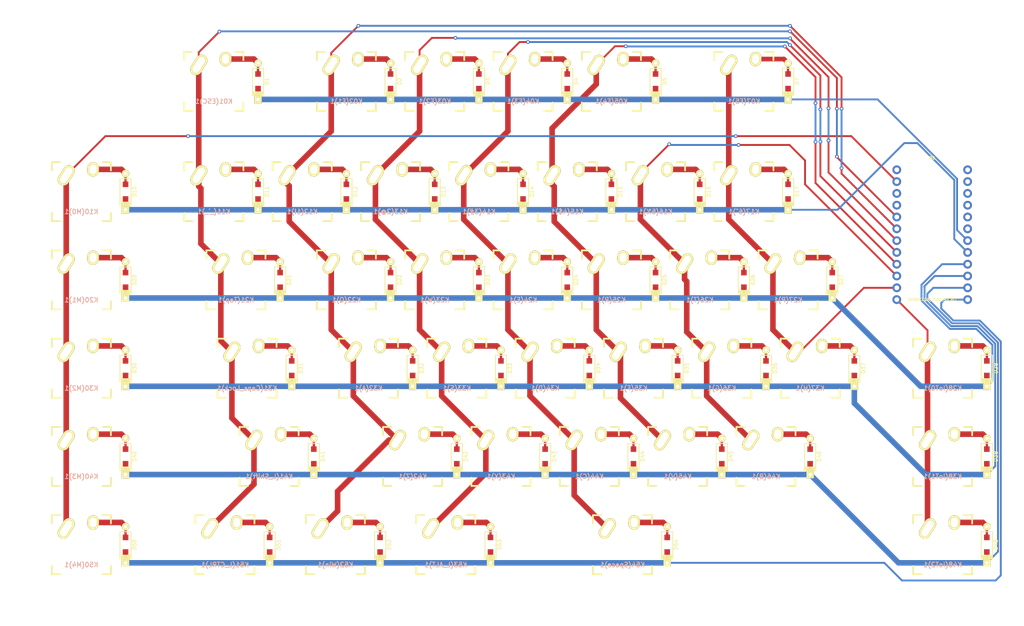
<source format=kicad_pcb>
(kicad_pcb (version 20171130) (host pcbnew "(5.1.10)-1")
  (layers (0 F.Cu signal) (31 B.Cu signal) (34 B.Paste user) (35 F.Paste user) (36 B.SilkS user) (37 F.SilkS user) (38 B.Mask user) (39 F.Mask user) (44 Edge.Cuts user))
  (net 0 "")
  (net 1 "Net-(B0-Pad1)")
  (net 2 /col0)
  (net 3 "Net-(B0-Pad3)")
  (net 4 "Net-(B0-Pad4)")
  (net 5 /col1)
  (net 6 /col2)
  (net 7 /col3)
  (net 8 /col4)
  (net 9 /col5)
  (net 10 /col6)
  (net 11 /col7)
  (net 12 /col8)
  (net 13 /row5)
  (net 14 /row4)
  (net 15 /row3)
  (net 16 /row2)
  (net 17 /row1)
  (net 18 /row0)
  (net 19 "Net-(B0-Pad19)")
  (net 20 "Net-(B0-Pad20)")
  (net 21 "Net-(B0-Pad21)")
  (net 22 "Net-(B0-Pad22)")
  (net 23 "Net-(B0-Pad23)")
  (net 24 "Net-(B0-Pad24)")
  (net 25 "Net-(D1-Pad2)")
  (net 26 "Net-(D2-Pad2)")
  (net 27 "Net-(D3-Pad2)")
  (net 28 "Net-(D4-Pad2)")
  (net 29 "Net-(D5-Pad2)")
  (net 30 "Net-(D7-Pad2)")
  (net 31 "Net-(D10-Pad2)")
  (net 32 "Net-(D11-Pad2)")
  (net 33 "Net-(D12-Pad2)")
  (net 34 "Net-(D13-Pad2)")
  (net 35 "Net-(D14-Pad2)")
  (net 36 "Net-(D15-Pad2)")
  (net 37 "Net-(D16-Pad2)")
  (net 38 "Net-(D17-Pad2)")
  (net 39 "Net-(D20-Pad2)")
  (net 40 "Net-(D21-Pad2)")
  (net 41 "Net-(D22-Pad2)")
  (net 42 "Net-(D23-Pad2)")
  (net 43 "Net-(D24-Pad2)")
  (net 44 "Net-(D25-Pad2)")
  (net 45 "Net-(D26-Pad2)")
  (net 46 "Net-(D27-Pad2)")
  (net 47 "Net-(D28-Pad2)")
  (net 48 "Net-(D30-Pad2)")
  (net 49 "Net-(D31-Pad2)")
  (net 50 "Net-(D32-Pad2)")
  (net 51 "Net-(D33-Pad2)")
  (net 52 "Net-(D34-Pad2)")
  (net 53 "Net-(D35-Pad2)")
  (net 54 "Net-(D36-Pad2)")
  (net 55 "Net-(D37-Pad2)")
  (net 56 "Net-(D38-Pad2)")
  (net 57 "Net-(D40-Pad2)")
  (net 58 "Net-(D41-Pad2)")
  (net 59 "Net-(D42-Pad2)")
  (net 60 "Net-(D43-Pad2)")
  (net 61 "Net-(D44-Pad2)")
  (net 62 "Net-(D45-Pad2)")
  (net 63 "Net-(D46-Pad2)")
  (net 64 "Net-(D48-Pad2)")
  (net 65 "Net-(D50-Pad2)")
  (net 66 "Net-(D51-Pad2)")
  (net 67 "Net-(D52-Pad2)")
  (net 68 "Net-(D53-Pad2)")
  (net 69 "Net-(D54-Pad2)")
  (module keebs:Mx_Alps_100 (layer F.Cu) (at 202.25 -55)
    (fp_text reference "K28(IoT0)1" (at 0 4.318) (layer B.SilkS) (effects (font (thickness 0.2)) (justify mirror)))
    (fp_text value KEYSW hide)
    (pad 2 thru_hole oval (at 2.52 -4.79 356.1) (size 2.5 3.08) (drill oval 1.5 2.08) (layers *.Cu *.Mask F.SilkS) (net 47 "Net-(D28-Pad2)"))
    (pad 1 thru_hole oval (at -3.255 -3.52 327.5) (size 2.5 4.75) (drill oval 1.5 3.75) (layers *.Cu *.Mask F.SilkS) (net 12 /col8))
    (pad "" np_thru_hole circle (at 5.08 0) (size 1.7018 1.7018) (drill 1.7018) (layers *.Cu *.Mask))
    (pad "" np_thru_hole circle (at -5.08 0) (size 1.7018 1.7018) (drill 1.7018) (layers *.Cu *.Mask))
    (pad "" np_thru_hole circle (at 0 0) (size 3.9878 3.9878) (drill 3.9878) (layers *.Cu *.Mask))
  )
  (module Boards:SPARKFUN_PRO_MICRO (layer F.Cu) (at 200 -85)
    (fp_text reference B0 (at 0 -15.24) (layer F.SilkS) (effects (font (size 0.6096 0.6096) (thickness 0.127))))
    (fp_text value SPARKFUN_PRO_MICRO (at 0 15.24) (layer F.SilkS) (effects (font (size 0.6096 0.6096) (thickness 0.127))))
    (pad 1 thru_hole circle (at -7.62 -12.7) (size 1.8796 1.8796) (drill 1.016) (layers *.Cu *.Mask) (net 1 "Net-(B0-Pad1)"))
    (pad 2 thru_hole circle (at -7.62 -10.16) (size 1.8796 1.8796) (drill 1.016) (layers *.Cu *.Mask) (net 2 /col0))
    (pad 3 thru_hole circle (at -7.62 -7.62) (size 1.8796 1.8796) (drill 1.016) (layers *.Cu *.Mask) (net 3 "Net-(B0-Pad3)"))
    (pad 4 thru_hole circle (at -7.62 -5.08) (size 1.8796 1.8796) (drill 1.016) (layers *.Cu *.Mask) (net 4 "Net-(B0-Pad4)"))
    (pad 5 thru_hole circle (at -7.62 -2.54) (size 1.8796 1.8796) (drill 1.016) (layers *.Cu *.Mask) (net 5 /col1))
    (pad 6 thru_hole circle (at -7.62 0) (size 1.8796 1.8796) (drill 1.016) (layers *.Cu *.Mask) (net 6 /col2))
    (pad 7 thru_hole circle (at -7.62 2.54) (size 1.8796 1.8796) (drill 1.016) (layers *.Cu *.Mask) (net 7 /col3))
    (pad 8 thru_hole circle (at -7.62 5.08) (size 1.8796 1.8796) (drill 1.016) (layers *.Cu *.Mask) (net 8 /col4))
    (pad 9 thru_hole circle (at -7.62 7.62) (size 1.8796 1.8796) (drill 1.016) (layers *.Cu *.Mask) (net 9 /col5))
    (pad 10 thru_hole circle (at -7.62 10.16) (size 1.8796 1.8796) (drill 1.016) (layers *.Cu *.Mask) (net 10 /col6))
    (pad 11 thru_hole circle (at -7.62 12.7) (size 1.8796 1.8796) (drill 1.016) (layers *.Cu *.Mask) (net 11 /col7))
    (pad 12 thru_hole circle (at -7.62 15.24) (size 1.8796 1.8796) (drill 1.016) (layers *.Cu *.Mask) (net 12 /col8))
    (pad 13 thru_hole circle (at 7.62 15.24) (size 1.8796 1.8796) (drill 1.016) (layers *.Cu *.Mask) (net 13 /row5))
    (pad 14 thru_hole circle (at 7.62 12.7) (size 1.8796 1.8796) (drill 1.016) (layers *.Cu *.Mask) (net 14 /row4))
    (pad 15 thru_hole circle (at 7.62 10.16) (size 1.8796 1.8796) (drill 1.016) (layers *.Cu *.Mask) (net 15 /row3))
    (pad 16 thru_hole circle (at 7.62 7.62) (size 1.8796 1.8796) (drill 1.016) (layers *.Cu *.Mask) (net 16 /row2))
    (pad 17 thru_hole circle (at 7.62 5.08) (size 1.8796 1.8796) (drill 1.016) (layers *.Cu *.Mask) (net 17 /row1))
    (pad 18 thru_hole circle (at 7.62 2.54) (size 1.8796 1.8796) (drill 1.016) (layers *.Cu *.Mask) (net 18 /row0))
    (pad 19 thru_hole circle (at 7.62 0) (size 1.8796 1.8796) (drill 1.016) (layers *.Cu *.Mask) (net 19 "Net-(B0-Pad19)"))
    (pad 20 thru_hole circle (at 7.62 -2.54) (size 1.8796 1.8796) (drill 1.016) (layers *.Cu *.Mask) (net 20 "Net-(B0-Pad20)"))
    (pad 21 thru_hole circle (at 7.62 -5.08) (size 1.8796 1.8796) (drill 1.016) (layers *.Cu *.Mask) (net 21 "Net-(B0-Pad21)"))
    (pad 22 thru_hole circle (at 7.62 -7.62) (size 1.8796 1.8796) (drill 1.016) (layers *.Cu *.Mask) (net 22 "Net-(B0-Pad22)"))
    (pad 23 thru_hole circle (at 7.62 -10.16) (size 1.8796 1.8796) (drill 1.016) (layers *.Cu *.Mask) (net 23 "Net-(B0-Pad23)"))
    (pad 24 thru_hole circle (at 7.62 -12.7) (size 1.8796 1.8796) (drill 1.016) (layers *.Cu *.Mask) (net 24 "Net-(B0-Pad24)"))
  )
  (module keyboard_parts:D_SOD123_axial (layer F.Cu) (at 55 -116.75 90)
    (fp_text reference D1 (at 0 1.925 90) (layer F.SilkS) (effects (font (size 0.8 0.8))))
    (fp_text value D hide)
    (pad 2 smd rect (at 1.575 0 90) (size 1.2 1.2) (layers F.Cu F.Paste F.Mask) (net 25 "Net-(D1-Pad2)"))
    (pad 1 smd rect (at -1.575 0 90) (size 1.2 1.2) (layers F.Cu F.Paste F.Mask) (net 18 /row0))
    (pad 1 thru_hole rect (at -3.9 0 90) (size 1.6 1.6) (drill 0.7) (layers *.Cu *.Mask F.SilkS) (net 18 /row0))
    (pad 2 thru_hole circle (at 3.9 0 90) (size 1.6 1.6) (drill 0.7) (layers *.Cu *.Mask F.SilkS) (net 25 "Net-(D1-Pad2)"))
    (pad 1 smd rect (at -2.7 0 90) (size 2.5 0.5) (layers F.Cu) (net 18 /row0))
    (pad 2 smd rect (at 2.7 0 90) (size 2.5 0.5) (layers F.Cu) (net 25 "Net-(D1-Pad2)"))
  )
  (module keyboard_parts:D_SOD123_axial (layer F.Cu) (at 83.5 -116.75 90)
    (fp_text reference D2 (at 0 1.925 90) (layer F.SilkS) (effects (font (size 0.8 0.8))))
    (fp_text value D hide)
    (pad 2 smd rect (at 2.7 0 90) (size 2.5 0.5) (layers F.Cu) (net 26 "Net-(D2-Pad2)"))
    (pad 1 smd rect (at -2.7 0 90) (size 2.5 0.5) (layers F.Cu) (net 18 /row0))
    (pad 2 thru_hole circle (at 3.9 0 90) (size 1.6 1.6) (drill 0.7) (layers *.Cu *.Mask F.SilkS) (net 26 "Net-(D2-Pad2)"))
    (pad 1 thru_hole rect (at -3.9 0 90) (size 1.6 1.6) (drill 0.7) (layers *.Cu *.Mask F.SilkS) (net 18 /row0))
    (pad 1 smd rect (at -1.575 0 90) (size 1.2 1.2) (layers F.Cu F.Paste F.Mask) (net 18 /row0))
    (pad 2 smd rect (at 1.575 0 90) (size 1.2 1.2) (layers F.Cu F.Paste F.Mask) (net 26 "Net-(D2-Pad2)"))
  )
  (module keyboard_parts:D_SOD123_axial (layer F.Cu) (at 102.5 -116.75 90)
    (fp_text reference D3 (at 0 1.925 90) (layer F.SilkS) (effects (font (size 0.8 0.8))))
    (fp_text value D hide)
    (pad 2 smd rect (at 1.575 0 90) (size 1.2 1.2) (layers F.Cu F.Paste F.Mask) (net 27 "Net-(D3-Pad2)"))
    (pad 1 smd rect (at -1.575 0 90) (size 1.2 1.2) (layers F.Cu F.Paste F.Mask) (net 18 /row0))
    (pad 1 thru_hole rect (at -3.9 0 90) (size 1.6 1.6) (drill 0.7) (layers *.Cu *.Mask F.SilkS) (net 18 /row0))
    (pad 2 thru_hole circle (at 3.9 0 90) (size 1.6 1.6) (drill 0.7) (layers *.Cu *.Mask F.SilkS) (net 27 "Net-(D3-Pad2)"))
    (pad 1 smd rect (at -2.7 0 90) (size 2.5 0.5) (layers F.Cu) (net 18 /row0))
    (pad 2 smd rect (at 2.7 0 90) (size 2.5 0.5) (layers F.Cu) (net 27 "Net-(D3-Pad2)"))
  )
  (module keyboard_parts:D_SOD123_axial (layer F.Cu) (at 121.5 -116.75 90)
    (fp_text reference D4 (at 0 1.925 90) (layer F.SilkS) (effects (font (size 0.8 0.8))))
    (fp_text value D hide)
    (pad 2 smd rect (at 2.7 0 90) (size 2.5 0.5) (layers F.Cu) (net 28 "Net-(D4-Pad2)"))
    (pad 1 smd rect (at -2.7 0 90) (size 2.5 0.5) (layers F.Cu) (net 18 /row0))
    (pad 2 thru_hole circle (at 3.9 0 90) (size 1.6 1.6) (drill 0.7) (layers *.Cu *.Mask F.SilkS) (net 28 "Net-(D4-Pad2)"))
    (pad 1 thru_hole rect (at -3.9 0 90) (size 1.6 1.6) (drill 0.7) (layers *.Cu *.Mask F.SilkS) (net 18 /row0))
    (pad 1 smd rect (at -1.575 0 90) (size 1.2 1.2) (layers F.Cu F.Paste F.Mask) (net 18 /row0))
    (pad 2 smd rect (at 1.575 0 90) (size 1.2 1.2) (layers F.Cu F.Paste F.Mask) (net 28 "Net-(D4-Pad2)"))
  )
  (module keyboard_parts:D_SOD123_axial (layer F.Cu) (at 140.5 -116.75 90)
    (fp_text reference D5 (at 0 1.925 90) (layer F.SilkS) (effects (font (size 0.8 0.8))))
    (fp_text value D hide)
    (pad 2 smd rect (at 1.575 0 90) (size 1.2 1.2) (layers F.Cu F.Paste F.Mask) (net 29 "Net-(D5-Pad2)"))
    (pad 1 smd rect (at -1.575 0 90) (size 1.2 1.2) (layers F.Cu F.Paste F.Mask) (net 18 /row0))
    (pad 1 thru_hole rect (at -3.9 0 90) (size 1.6 1.6) (drill 0.7) (layers *.Cu *.Mask F.SilkS) (net 18 /row0))
    (pad 2 thru_hole circle (at 3.9 0 90) (size 1.6 1.6) (drill 0.7) (layers *.Cu *.Mask F.SilkS) (net 29 "Net-(D5-Pad2)"))
    (pad 1 smd rect (at -2.7 0 90) (size 2.5 0.5) (layers F.Cu) (net 18 /row0))
    (pad 2 smd rect (at 2.7 0 90) (size 2.5 0.5) (layers F.Cu) (net 29 "Net-(D5-Pad2)"))
  )
  (module keyboard_parts:D_SOD123_axial (layer F.Cu) (at 169 -116.75 90)
    (fp_text reference D7 (at 0 1.925 90) (layer F.SilkS) (effects (font (size 0.8 0.8))))
    (fp_text value D hide)
    (pad 2 smd rect (at 1.575 0 90) (size 1.2 1.2) (layers F.Cu F.Paste F.Mask) (net 30 "Net-(D7-Pad2)"))
    (pad 1 smd rect (at -1.575 0 90) (size 1.2 1.2) (layers F.Cu F.Paste F.Mask) (net 18 /row0))
    (pad 1 thru_hole rect (at -3.9 0 90) (size 1.6 1.6) (drill 0.7) (layers *.Cu *.Mask F.SilkS) (net 18 /row0))
    (pad 2 thru_hole circle (at 3.9 0 90) (size 1.6 1.6) (drill 0.7) (layers *.Cu *.Mask F.SilkS) (net 30 "Net-(D7-Pad2)"))
    (pad 1 smd rect (at -2.7 0 90) (size 2.5 0.5) (layers F.Cu) (net 18 /row0))
    (pad 2 smd rect (at 2.7 0 90) (size 2.5 0.5) (layers F.Cu) (net 30 "Net-(D7-Pad2)"))
  )
  (module keyboard_parts:D_SOD123_axial (layer F.Cu) (at 26.5 -93 90)
    (fp_text reference D10 (at 0 1.925 90) (layer F.SilkS) (effects (font (size 0.8 0.8))))
    (fp_text value D hide)
    (pad 2 smd rect (at 2.7 0 90) (size 2.5 0.5) (layers F.Cu) (net 31 "Net-(D10-Pad2)"))
    (pad 1 smd rect (at -2.7 0 90) (size 2.5 0.5) (layers F.Cu) (net 17 /row1))
    (pad 2 thru_hole circle (at 3.9 0 90) (size 1.6 1.6) (drill 0.7) (layers *.Cu *.Mask F.SilkS) (net 31 "Net-(D10-Pad2)"))
    (pad 1 thru_hole rect (at -3.9 0 90) (size 1.6 1.6) (drill 0.7) (layers *.Cu *.Mask F.SilkS) (net 17 /row1))
    (pad 1 smd rect (at -1.575 0 90) (size 1.2 1.2) (layers F.Cu F.Paste F.Mask) (net 17 /row1))
    (pad 2 smd rect (at 1.575 0 90) (size 1.2 1.2) (layers F.Cu F.Paste F.Mask) (net 31 "Net-(D10-Pad2)"))
  )
  (module keyboard_parts:D_SOD123_axial (layer F.Cu) (at 55 -93 90)
    (fp_text reference D11 (at 0 1.925 90) (layer F.SilkS) (effects (font (size 0.8 0.8))))
    (fp_text value D hide)
    (pad 2 smd rect (at 1.575 0 90) (size 1.2 1.2) (layers F.Cu F.Paste F.Mask) (net 32 "Net-(D11-Pad2)"))
    (pad 1 smd rect (at -1.575 0 90) (size 1.2 1.2) (layers F.Cu F.Paste F.Mask) (net 17 /row1))
    (pad 1 thru_hole rect (at -3.9 0 90) (size 1.6 1.6) (drill 0.7) (layers *.Cu *.Mask F.SilkS) (net 17 /row1))
    (pad 2 thru_hole circle (at 3.9 0 90) (size 1.6 1.6) (drill 0.7) (layers *.Cu *.Mask F.SilkS) (net 32 "Net-(D11-Pad2)"))
    (pad 1 smd rect (at -2.7 0 90) (size 2.5 0.5) (layers F.Cu) (net 17 /row1))
    (pad 2 smd rect (at 2.7 0 90) (size 2.5 0.5) (layers F.Cu) (net 32 "Net-(D11-Pad2)"))
  )
  (module keyboard_parts:D_SOD123_axial (layer F.Cu) (at 74 -93 90)
    (fp_text reference D12 (at 0 1.925 90) (layer F.SilkS) (effects (font (size 0.8 0.8))))
    (fp_text value D hide)
    (pad 2 smd rect (at 2.7 0 90) (size 2.5 0.5) (layers F.Cu) (net 33 "Net-(D12-Pad2)"))
    (pad 1 smd rect (at -2.7 0 90) (size 2.5 0.5) (layers F.Cu) (net 17 /row1))
    (pad 2 thru_hole circle (at 3.9 0 90) (size 1.6 1.6) (drill 0.7) (layers *.Cu *.Mask F.SilkS) (net 33 "Net-(D12-Pad2)"))
    (pad 1 thru_hole rect (at -3.9 0 90) (size 1.6 1.6) (drill 0.7) (layers *.Cu *.Mask F.SilkS) (net 17 /row1))
    (pad 1 smd rect (at -1.575 0 90) (size 1.2 1.2) (layers F.Cu F.Paste F.Mask) (net 17 /row1))
    (pad 2 smd rect (at 1.575 0 90) (size 1.2 1.2) (layers F.Cu F.Paste F.Mask) (net 33 "Net-(D12-Pad2)"))
  )
  (module keyboard_parts:D_SOD123_axial (layer F.Cu) (at 93 -93 90)
    (fp_text reference D13 (at 0 1.925 90) (layer F.SilkS) (effects (font (size 0.8 0.8))))
    (fp_text value D hide)
    (pad 2 smd rect (at 2.7 0 90) (size 2.5 0.5) (layers F.Cu) (net 34 "Net-(D13-Pad2)"))
    (pad 1 smd rect (at -2.7 0 90) (size 2.5 0.5) (layers F.Cu) (net 17 /row1))
    (pad 2 thru_hole circle (at 3.9 0 90) (size 1.6 1.6) (drill 0.7) (layers *.Cu *.Mask F.SilkS) (net 34 "Net-(D13-Pad2)"))
    (pad 1 thru_hole rect (at -3.9 0 90) (size 1.6 1.6) (drill 0.7) (layers *.Cu *.Mask F.SilkS) (net 17 /row1))
    (pad 1 smd rect (at -1.575 0 90) (size 1.2 1.2) (layers F.Cu F.Paste F.Mask) (net 17 /row1))
    (pad 2 smd rect (at 1.575 0 90) (size 1.2 1.2) (layers F.Cu F.Paste F.Mask) (net 34 "Net-(D13-Pad2)"))
  )
  (module keyboard_parts:D_SOD123_axial (layer F.Cu) (at 112 -93 90)
    (fp_text reference D14 (at 0 1.925 90) (layer F.SilkS) (effects (font (size 0.8 0.8))))
    (fp_text value D hide)
    (pad 2 smd rect (at 1.575 0 90) (size 1.2 1.2) (layers F.Cu F.Paste F.Mask) (net 35 "Net-(D14-Pad2)"))
    (pad 1 smd rect (at -1.575 0 90) (size 1.2 1.2) (layers F.Cu F.Paste F.Mask) (net 17 /row1))
    (pad 1 thru_hole rect (at -3.9 0 90) (size 1.6 1.6) (drill 0.7) (layers *.Cu *.Mask F.SilkS) (net 17 /row1))
    (pad 2 thru_hole circle (at 3.9 0 90) (size 1.6 1.6) (drill 0.7) (layers *.Cu *.Mask F.SilkS) (net 35 "Net-(D14-Pad2)"))
    (pad 1 smd rect (at -2.7 0 90) (size 2.5 0.5) (layers F.Cu) (net 17 /row1))
    (pad 2 smd rect (at 2.7 0 90) (size 2.5 0.5) (layers F.Cu) (net 35 "Net-(D14-Pad2)"))
  )
  (module keyboard_parts:D_SOD123_axial (layer F.Cu) (at 131 -93 90)
    (fp_text reference D15 (at 0 1.925 90) (layer F.SilkS) (effects (font (size 0.8 0.8))))
    (fp_text value D hide)
    (pad 2 smd rect (at 2.7 0 90) (size 2.5 0.5) (layers F.Cu) (net 36 "Net-(D15-Pad2)"))
    (pad 1 smd rect (at -2.7 0 90) (size 2.5 0.5) (layers F.Cu) (net 17 /row1))
    (pad 2 thru_hole circle (at 3.9 0 90) (size 1.6 1.6) (drill 0.7) (layers *.Cu *.Mask F.SilkS) (net 36 "Net-(D15-Pad2)"))
    (pad 1 thru_hole rect (at -3.9 0 90) (size 1.6 1.6) (drill 0.7) (layers *.Cu *.Mask F.SilkS) (net 17 /row1))
    (pad 1 smd rect (at -1.575 0 90) (size 1.2 1.2) (layers F.Cu F.Paste F.Mask) (net 17 /row1))
    (pad 2 smd rect (at 1.575 0 90) (size 1.2 1.2) (layers F.Cu F.Paste F.Mask) (net 36 "Net-(D15-Pad2)"))
  )
  (module keyboard_parts:D_SOD123_axial (layer F.Cu) (at 150 -93 90)
    (fp_text reference D16 (at 0 1.925 90) (layer F.SilkS) (effects (font (size 0.8 0.8))))
    (fp_text value D hide)
    (pad 2 smd rect (at 1.575 0 90) (size 1.2 1.2) (layers F.Cu F.Paste F.Mask) (net 37 "Net-(D16-Pad2)"))
    (pad 1 smd rect (at -1.575 0 90) (size 1.2 1.2) (layers F.Cu F.Paste F.Mask) (net 17 /row1))
    (pad 1 thru_hole rect (at -3.9 0 90) (size 1.6 1.6) (drill 0.7) (layers *.Cu *.Mask F.SilkS) (net 17 /row1))
    (pad 2 thru_hole circle (at 3.9 0 90) (size 1.6 1.6) (drill 0.7) (layers *.Cu *.Mask F.SilkS) (net 37 "Net-(D16-Pad2)"))
    (pad 1 smd rect (at -2.7 0 90) (size 2.5 0.5) (layers F.Cu) (net 17 /row1))
    (pad 2 smd rect (at 2.7 0 90) (size 2.5 0.5) (layers F.Cu) (net 37 "Net-(D16-Pad2)"))
  )
  (module keyboard_parts:D_SOD123_axial (layer F.Cu) (at 169 -93 90)
    (fp_text reference D17 (at 0 1.925 90) (layer F.SilkS) (effects (font (size 0.8 0.8))))
    (fp_text value D hide)
    (pad 2 smd rect (at 2.7 0 90) (size 2.5 0.5) (layers F.Cu) (net 38 "Net-(D17-Pad2)"))
    (pad 1 smd rect (at -2.7 0 90) (size 2.5 0.5) (layers F.Cu) (net 17 /row1))
    (pad 2 thru_hole circle (at 3.9 0 90) (size 1.6 1.6) (drill 0.7) (layers *.Cu *.Mask F.SilkS) (net 38 "Net-(D17-Pad2)"))
    (pad 1 thru_hole rect (at -3.9 0 90) (size 1.6 1.6) (drill 0.7) (layers *.Cu *.Mask F.SilkS) (net 17 /row1))
    (pad 1 smd rect (at -1.575 0 90) (size 1.2 1.2) (layers F.Cu F.Paste F.Mask) (net 17 /row1))
    (pad 2 smd rect (at 1.575 0 90) (size 1.2 1.2) (layers F.Cu F.Paste F.Mask) (net 38 "Net-(D17-Pad2)"))
  )
  (module keyboard_parts:D_SOD123_axial (layer F.Cu) (at 26.5 -74 90)
    (fp_text reference D20 (at 0 1.925 90) (layer F.SilkS) (effects (font (size 0.8 0.8))))
    (fp_text value D hide)
    (pad 2 smd rect (at 1.575 0 90) (size 1.2 1.2) (layers F.Cu F.Paste F.Mask) (net 39 "Net-(D20-Pad2)"))
    (pad 1 smd rect (at -1.575 0 90) (size 1.2 1.2) (layers F.Cu F.Paste F.Mask) (net 16 /row2))
    (pad 1 thru_hole rect (at -3.9 0 90) (size 1.6 1.6) (drill 0.7) (layers *.Cu *.Mask F.SilkS) (net 16 /row2))
    (pad 2 thru_hole circle (at 3.9 0 90) (size 1.6 1.6) (drill 0.7) (layers *.Cu *.Mask F.SilkS) (net 39 "Net-(D20-Pad2)"))
    (pad 1 smd rect (at -2.7 0 90) (size 2.5 0.5) (layers F.Cu) (net 16 /row2))
    (pad 2 smd rect (at 2.7 0 90) (size 2.5 0.5) (layers F.Cu) (net 39 "Net-(D20-Pad2)"))
  )
  (module keyboard_parts:D_SOD123_axial (layer F.Cu) (at 59.75 -74 90)
    (fp_text reference D21 (at 0 1.925 90) (layer F.SilkS) (effects (font (size 0.8 0.8))))
    (fp_text value D hide)
    (pad 2 smd rect (at 2.7 0 90) (size 2.5 0.5) (layers F.Cu) (net 40 "Net-(D21-Pad2)"))
    (pad 1 smd rect (at -2.7 0 90) (size 2.5 0.5) (layers F.Cu) (net 16 /row2))
    (pad 2 thru_hole circle (at 3.9 0 90) (size 1.6 1.6) (drill 0.7) (layers *.Cu *.Mask F.SilkS) (net 40 "Net-(D21-Pad2)"))
    (pad 1 thru_hole rect (at -3.9 0 90) (size 1.6 1.6) (drill 0.7) (layers *.Cu *.Mask F.SilkS) (net 16 /row2))
    (pad 1 smd rect (at -1.575 0 90) (size 1.2 1.2) (layers F.Cu F.Paste F.Mask) (net 16 /row2))
    (pad 2 smd rect (at 1.575 0 90) (size 1.2 1.2) (layers F.Cu F.Paste F.Mask) (net 40 "Net-(D21-Pad2)"))
  )
  (module keyboard_parts:D_SOD123_axial (layer F.Cu) (at 83.5 -74 90)
    (fp_text reference D22 (at 0 1.925 90) (layer F.SilkS) (effects (font (size 0.8 0.8))))
    (fp_text value D hide)
    (pad 2 smd rect (at 1.575 0 90) (size 1.2 1.2) (layers F.Cu F.Paste F.Mask) (net 41 "Net-(D22-Pad2)"))
    (pad 1 smd rect (at -1.575 0 90) (size 1.2 1.2) (layers F.Cu F.Paste F.Mask) (net 16 /row2))
    (pad 1 thru_hole rect (at -3.9 0 90) (size 1.6 1.6) (drill 0.7) (layers *.Cu *.Mask F.SilkS) (net 16 /row2))
    (pad 2 thru_hole circle (at 3.9 0 90) (size 1.6 1.6) (drill 0.7) (layers *.Cu *.Mask F.SilkS) (net 41 "Net-(D22-Pad2)"))
    (pad 1 smd rect (at -2.7 0 90) (size 2.5 0.5) (layers F.Cu) (net 16 /row2))
    (pad 2 smd rect (at 2.7 0 90) (size 2.5 0.5) (layers F.Cu) (net 41 "Net-(D22-Pad2)"))
  )
  (module keyboard_parts:D_SOD123_axial (layer F.Cu) (at 102.5 -74 90)
    (fp_text reference D23 (at 0 1.925 90) (layer F.SilkS) (effects (font (size 0.8 0.8))))
    (fp_text value D hide)
    (pad 2 smd rect (at 2.7 0 90) (size 2.5 0.5) (layers F.Cu) (net 42 "Net-(D23-Pad2)"))
    (pad 1 smd rect (at -2.7 0 90) (size 2.5 0.5) (layers F.Cu) (net 16 /row2))
    (pad 2 thru_hole circle (at 3.9 0 90) (size 1.6 1.6) (drill 0.7) (layers *.Cu *.Mask F.SilkS) (net 42 "Net-(D23-Pad2)"))
    (pad 1 thru_hole rect (at -3.9 0 90) (size 1.6 1.6) (drill 0.7) (layers *.Cu *.Mask F.SilkS) (net 16 /row2))
    (pad 1 smd rect (at -1.575 0 90) (size 1.2 1.2) (layers F.Cu F.Paste F.Mask) (net 16 /row2))
    (pad 2 smd rect (at 1.575 0 90) (size 1.2 1.2) (layers F.Cu F.Paste F.Mask) (net 42 "Net-(D23-Pad2)"))
  )
  (module keyboard_parts:D_SOD123_axial (layer F.Cu) (at 121.5 -74 90)
    (fp_text reference D24 (at 0 1.925 90) (layer F.SilkS) (effects (font (size 0.8 0.8))))
    (fp_text value D hide)
    (pad 2 smd rect (at 1.575 0 90) (size 1.2 1.2) (layers F.Cu F.Paste F.Mask) (net 43 "Net-(D24-Pad2)"))
    (pad 1 smd rect (at -1.575 0 90) (size 1.2 1.2) (layers F.Cu F.Paste F.Mask) (net 16 /row2))
    (pad 1 thru_hole rect (at -3.9 0 90) (size 1.6 1.6) (drill 0.7) (layers *.Cu *.Mask F.SilkS) (net 16 /row2))
    (pad 2 thru_hole circle (at 3.9 0 90) (size 1.6 1.6) (drill 0.7) (layers *.Cu *.Mask F.SilkS) (net 43 "Net-(D24-Pad2)"))
    (pad 1 smd rect (at -2.7 0 90) (size 2.5 0.5) (layers F.Cu) (net 16 /row2))
    (pad 2 smd rect (at 2.7 0 90) (size 2.5 0.5) (layers F.Cu) (net 43 "Net-(D24-Pad2)"))
  )
  (module keyboard_parts:D_SOD123_axial (layer F.Cu) (at 140.5 -74 90)
    (fp_text reference D25 (at 0 1.925 90) (layer F.SilkS) (effects (font (size 0.8 0.8))))
    (fp_text value D hide)
    (pad 2 smd rect (at 2.7 0 90) (size 2.5 0.5) (layers F.Cu) (net 44 "Net-(D25-Pad2)"))
    (pad 1 smd rect (at -2.7 0 90) (size 2.5 0.5) (layers F.Cu) (net 16 /row2))
    (pad 2 thru_hole circle (at 3.9 0 90) (size 1.6 1.6) (drill 0.7) (layers *.Cu *.Mask F.SilkS) (net 44 "Net-(D25-Pad2)"))
    (pad 1 thru_hole rect (at -3.9 0 90) (size 1.6 1.6) (drill 0.7) (layers *.Cu *.Mask F.SilkS) (net 16 /row2))
    (pad 1 smd rect (at -1.575 0 90) (size 1.2 1.2) (layers F.Cu F.Paste F.Mask) (net 16 /row2))
    (pad 2 smd rect (at 1.575 0 90) (size 1.2 1.2) (layers F.Cu F.Paste F.Mask) (net 44 "Net-(D25-Pad2)"))
  )
  (module keyboard_parts:D_SOD123_axial (layer F.Cu) (at 159.5 -74 90)
    (fp_text reference D26 (at 0 1.925 90) (layer F.SilkS) (effects (font (size 0.8 0.8))))
    (fp_text value D hide)
    (pad 2 smd rect (at 1.575 0 90) (size 1.2 1.2) (layers F.Cu F.Paste F.Mask) (net 45 "Net-(D26-Pad2)"))
    (pad 1 smd rect (at -1.575 0 90) (size 1.2 1.2) (layers F.Cu F.Paste F.Mask) (net 16 /row2))
    (pad 1 thru_hole rect (at -3.9 0 90) (size 1.6 1.6) (drill 0.7) (layers *.Cu *.Mask F.SilkS) (net 16 /row2))
    (pad 2 thru_hole circle (at 3.9 0 90) (size 1.6 1.6) (drill 0.7) (layers *.Cu *.Mask F.SilkS) (net 45 "Net-(D26-Pad2)"))
    (pad 1 smd rect (at -2.7 0 90) (size 2.5 0.5) (layers F.Cu) (net 16 /row2))
    (pad 2 smd rect (at 2.7 0 90) (size 2.5 0.5) (layers F.Cu) (net 45 "Net-(D26-Pad2)"))
  )
  (module keyboard_parts:D_SOD123_axial (layer F.Cu) (at 178.5 -74 90)
    (fp_text reference D27 (at 0 1.925 90) (layer F.SilkS) (effects (font (size 0.8 0.8))))
    (fp_text value D hide)
    (pad 2 smd rect (at 2.7 0 90) (size 2.5 0.5) (layers F.Cu) (net 46 "Net-(D27-Pad2)"))
    (pad 1 smd rect (at -2.7 0 90) (size 2.5 0.5) (layers F.Cu) (net 16 /row2))
    (pad 2 thru_hole circle (at 3.9 0 90) (size 1.6 1.6) (drill 0.7) (layers *.Cu *.Mask F.SilkS) (net 46 "Net-(D27-Pad2)"))
    (pad 1 thru_hole rect (at -3.9 0 90) (size 1.6 1.6) (drill 0.7) (layers *.Cu *.Mask F.SilkS) (net 16 /row2))
    (pad 1 smd rect (at -1.575 0 90) (size 1.2 1.2) (layers F.Cu F.Paste F.Mask) (net 16 /row2))
    (pad 2 smd rect (at 1.575 0 90) (size 1.2 1.2) (layers F.Cu F.Paste F.Mask) (net 46 "Net-(D27-Pad2)"))
  )
  (module keyboard_parts:D_SOD123_axial (layer F.Cu) (at 211.75 -55 90)
    (fp_text reference D28 (at 0 1.925 90) (layer F.SilkS) (effects (font (size 0.8 0.8))))
    (fp_text value D hide)
    (pad 2 smd rect (at 1.575 0 90) (size 1.2 1.2) (layers F.Cu F.Paste F.Mask) (net 47 "Net-(D28-Pad2)"))
    (pad 1 smd rect (at -1.575 0 90) (size 1.2 1.2) (layers F.Cu F.Paste F.Mask) (net 16 /row2))
    (pad 1 thru_hole rect (at -3.9 0 90) (size 1.6 1.6) (drill 0.7) (layers *.Cu *.Mask F.SilkS) (net 16 /row2))
    (pad 2 thru_hole circle (at 3.9 0 90) (size 1.6 1.6) (drill 0.7) (layers *.Cu *.Mask F.SilkS) (net 47 "Net-(D28-Pad2)"))
    (pad 1 smd rect (at -2.7 0 90) (size 2.5 0.5) (layers F.Cu) (net 16 /row2))
    (pad 2 smd rect (at 2.7 0 90) (size 2.5 0.5) (layers F.Cu) (net 47 "Net-(D28-Pad2)"))
  )
  (module keyboard_parts:D_SOD123_axial (layer F.Cu) (at 26.5 -55 90)
    (fp_text reference D30 (at 0 1.925 90) (layer F.SilkS) (effects (font (size 0.8 0.8))))
    (fp_text value D hide)
    (pad 2 smd rect (at 1.575 0 90) (size 1.2 1.2) (layers F.Cu F.Paste F.Mask) (net 48 "Net-(D30-Pad2)"))
    (pad 1 smd rect (at -1.575 0 90) (size 1.2 1.2) (layers F.Cu F.Paste F.Mask) (net 15 /row3))
    (pad 1 thru_hole rect (at -3.9 0 90) (size 1.6 1.6) (drill 0.7) (layers *.Cu *.Mask F.SilkS) (net 15 /row3))
    (pad 2 thru_hole circle (at 3.9 0 90) (size 1.6 1.6) (drill 0.7) (layers *.Cu *.Mask F.SilkS) (net 48 "Net-(D30-Pad2)"))
    (pad 1 smd rect (at -2.7 0 90) (size 2.5 0.5) (layers F.Cu) (net 15 /row3))
    (pad 2 smd rect (at 2.7 0 90) (size 2.5 0.5) (layers F.Cu) (net 48 "Net-(D30-Pad2)"))
  )
  (module keyboard_parts:D_SOD123_axial (layer F.Cu) (at 62.25 -55 90)
    (fp_text reference D31 (at 0 1.925 90) (layer F.SilkS) (effects (font (size 0.8 0.8))))
    (fp_text value D hide)
    (pad 2 smd rect (at 1.575 0 90) (size 1.2 1.2) (layers F.Cu F.Paste F.Mask) (net 49 "Net-(D31-Pad2)"))
    (pad 1 smd rect (at -1.575 0 90) (size 1.2 1.2) (layers F.Cu F.Paste F.Mask) (net 15 /row3))
    (pad 1 thru_hole rect (at -3.9 0 90) (size 1.6 1.6) (drill 0.7) (layers *.Cu *.Mask F.SilkS) (net 15 /row3))
    (pad 2 thru_hole circle (at 3.9 0 90) (size 1.6 1.6) (drill 0.7) (layers *.Cu *.Mask F.SilkS) (net 49 "Net-(D31-Pad2)"))
    (pad 1 smd rect (at -2.7 0 90) (size 2.5 0.5) (layers F.Cu) (net 15 /row3))
    (pad 2 smd rect (at 2.7 0 90) (size 2.5 0.5) (layers F.Cu) (net 49 "Net-(D31-Pad2)"))
  )
  (module keyboard_parts:D_SOD123_axial (layer F.Cu) (at 88.25 -55 90)
    (fp_text reference D32 (at 0 1.925 90) (layer F.SilkS) (effects (font (size 0.8 0.8))))
    (fp_text value D hide)
    (pad 2 smd rect (at 2.7 0 90) (size 2.5 0.5) (layers F.Cu) (net 50 "Net-(D32-Pad2)"))
    (pad 1 smd rect (at -2.7 0 90) (size 2.5 0.5) (layers F.Cu) (net 15 /row3))
    (pad 2 thru_hole circle (at 3.9 0 90) (size 1.6 1.6) (drill 0.7) (layers *.Cu *.Mask F.SilkS) (net 50 "Net-(D32-Pad2)"))
    (pad 1 thru_hole rect (at -3.9 0 90) (size 1.6 1.6) (drill 0.7) (layers *.Cu *.Mask F.SilkS) (net 15 /row3))
    (pad 1 smd rect (at -1.575 0 90) (size 1.2 1.2) (layers F.Cu F.Paste F.Mask) (net 15 /row3))
    (pad 2 smd rect (at 1.575 0 90) (size 1.2 1.2) (layers F.Cu F.Paste F.Mask) (net 50 "Net-(D32-Pad2)"))
  )
  (module keyboard_parts:D_SOD123_axial (layer F.Cu) (at 107.25 -55 90)
    (fp_text reference D33 (at 0 1.925 90) (layer F.SilkS) (effects (font (size 0.8 0.8))))
    (fp_text value D hide)
    (pad 2 smd rect (at 1.575 0 90) (size 1.2 1.2) (layers F.Cu F.Paste F.Mask) (net 51 "Net-(D33-Pad2)"))
    (pad 1 smd rect (at -1.575 0 90) (size 1.2 1.2) (layers F.Cu F.Paste F.Mask) (net 15 /row3))
    (pad 1 thru_hole rect (at -3.9 0 90) (size 1.6 1.6) (drill 0.7) (layers *.Cu *.Mask F.SilkS) (net 15 /row3))
    (pad 2 thru_hole circle (at 3.9 0 90) (size 1.6 1.6) (drill 0.7) (layers *.Cu *.Mask F.SilkS) (net 51 "Net-(D33-Pad2)"))
    (pad 1 smd rect (at -2.7 0 90) (size 2.5 0.5) (layers F.Cu) (net 15 /row3))
    (pad 2 smd rect (at 2.7 0 90) (size 2.5 0.5) (layers F.Cu) (net 51 "Net-(D33-Pad2)"))
  )
  (module keyboard_parts:D_SOD123_axial (layer F.Cu) (at 126.25 -55 90)
    (fp_text reference D34 (at 0 1.925 90) (layer F.SilkS) (effects (font (size 0.8 0.8))))
    (fp_text value D hide)
    (pad 2 smd rect (at 2.7 0 90) (size 2.5 0.5) (layers F.Cu) (net 52 "Net-(D34-Pad2)"))
    (pad 1 smd rect (at -2.7 0 90) (size 2.5 0.5) (layers F.Cu) (net 15 /row3))
    (pad 2 thru_hole circle (at 3.9 0 90) (size 1.6 1.6) (drill 0.7) (layers *.Cu *.Mask F.SilkS) (net 52 "Net-(D34-Pad2)"))
    (pad 1 thru_hole rect (at -3.9 0 90) (size 1.6 1.6) (drill 0.7) (layers *.Cu *.Mask F.SilkS) (net 15 /row3))
    (pad 1 smd rect (at -1.575 0 90) (size 1.2 1.2) (layers F.Cu F.Paste F.Mask) (net 15 /row3))
    (pad 2 smd rect (at 1.575 0 90) (size 1.2 1.2) (layers F.Cu F.Paste F.Mask) (net 52 "Net-(D34-Pad2)"))
  )
  (module keyboard_parts:D_SOD123_axial (layer F.Cu) (at 145.25 -55 90)
    (fp_text reference D35 (at 0 1.925 90) (layer F.SilkS) (effects (font (size 0.8 0.8))))
    (fp_text value D hide)
    (pad 2 smd rect (at 1.575 0 90) (size 1.2 1.2) (layers F.Cu F.Paste F.Mask) (net 53 "Net-(D35-Pad2)"))
    (pad 1 smd rect (at -1.575 0 90) (size 1.2 1.2) (layers F.Cu F.Paste F.Mask) (net 15 /row3))
    (pad 1 thru_hole rect (at -3.9 0 90) (size 1.6 1.6) (drill 0.7) (layers *.Cu *.Mask F.SilkS) (net 15 /row3))
    (pad 2 thru_hole circle (at 3.9 0 90) (size 1.6 1.6) (drill 0.7) (layers *.Cu *.Mask F.SilkS) (net 53 "Net-(D35-Pad2)"))
    (pad 1 smd rect (at -2.7 0 90) (size 2.5 0.5) (layers F.Cu) (net 15 /row3))
    (pad 2 smd rect (at 2.7 0 90) (size 2.5 0.5) (layers F.Cu) (net 53 "Net-(D35-Pad2)"))
  )
  (module keyboard_parts:D_SOD123_axial (layer F.Cu) (at 164.25 -55 90)
    (fp_text reference D36 (at 0 1.925 90) (layer F.SilkS) (effects (font (size 0.8 0.8))))
    (fp_text value D hide)
    (pad 2 smd rect (at 1.575 0 90) (size 1.2 1.2) (layers F.Cu F.Paste F.Mask) (net 54 "Net-(D36-Pad2)"))
    (pad 1 smd rect (at -1.575 0 90) (size 1.2 1.2) (layers F.Cu F.Paste F.Mask) (net 15 /row3))
    (pad 1 thru_hole rect (at -3.9 0 90) (size 1.6 1.6) (drill 0.7) (layers *.Cu *.Mask F.SilkS) (net 15 /row3))
    (pad 2 thru_hole circle (at 3.9 0 90) (size 1.6 1.6) (drill 0.7) (layers *.Cu *.Mask F.SilkS) (net 54 "Net-(D36-Pad2)"))
    (pad 1 smd rect (at -2.7 0 90) (size 2.5 0.5) (layers F.Cu) (net 15 /row3))
    (pad 2 smd rect (at 2.7 0 90) (size 2.5 0.5) (layers F.Cu) (net 54 "Net-(D36-Pad2)"))
  )
  (module keyboard_parts:D_SOD123_axial (layer F.Cu) (at 183.25 -55 90)
    (fp_text reference D37 (at 0 1.925 90) (layer F.SilkS) (effects (font (size 0.8 0.8))))
    (fp_text value D hide)
    (pad 2 smd rect (at 2.7 0 90) (size 2.5 0.5) (layers F.Cu) (net 55 "Net-(D37-Pad2)"))
    (pad 1 smd rect (at -2.7 0 90) (size 2.5 0.5) (layers F.Cu) (net 15 /row3))
    (pad 2 thru_hole circle (at 3.9 0 90) (size 1.6 1.6) (drill 0.7) (layers *.Cu *.Mask F.SilkS) (net 55 "Net-(D37-Pad2)"))
    (pad 1 thru_hole rect (at -3.9 0 90) (size 1.6 1.6) (drill 0.7) (layers *.Cu *.Mask F.SilkS) (net 15 /row3))
    (pad 1 smd rect (at -1.575 0 90) (size 1.2 1.2) (layers F.Cu F.Paste F.Mask) (net 15 /row3))
    (pad 2 smd rect (at 1.575 0 90) (size 1.2 1.2) (layers F.Cu F.Paste F.Mask) (net 55 "Net-(D37-Pad2)"))
  )
  (module keyboard_parts:D_SOD123_axial (layer F.Cu) (at 211.75 -36 90)
    (fp_text reference D38 (at 0 1.925 90) (layer F.SilkS) (effects (font (size 0.8 0.8))))
    (fp_text value D hide)
    (pad 2 smd rect (at 1.575 0 90) (size 1.2 1.2) (layers F.Cu F.Paste F.Mask) (net 56 "Net-(D38-Pad2)"))
    (pad 1 smd rect (at -1.575 0 90) (size 1.2 1.2) (layers F.Cu F.Paste F.Mask) (net 15 /row3))
    (pad 1 thru_hole rect (at -3.9 0 90) (size 1.6 1.6) (drill 0.7) (layers *.Cu *.Mask F.SilkS) (net 15 /row3))
    (pad 2 thru_hole circle (at 3.9 0 90) (size 1.6 1.6) (drill 0.7) (layers *.Cu *.Mask F.SilkS) (net 56 "Net-(D38-Pad2)"))
    (pad 1 smd rect (at -2.7 0 90) (size 2.5 0.5) (layers F.Cu) (net 15 /row3))
    (pad 2 smd rect (at 2.7 0 90) (size 2.5 0.5) (layers F.Cu) (net 56 "Net-(D38-Pad2)"))
  )
  (module keyboard_parts:D_SOD123_axial (layer F.Cu) (at 26.5 -36 90)
    (fp_text reference D40 (at 0 1.925 90) (layer F.SilkS) (effects (font (size 0.8 0.8))))
    (fp_text value D hide)
    (pad 2 smd rect (at 2.7 0 90) (size 2.5 0.5) (layers F.Cu) (net 57 "Net-(D40-Pad2)"))
    (pad 1 smd rect (at -2.7 0 90) (size 2.5 0.5) (layers F.Cu) (net 14 /row4))
    (pad 2 thru_hole circle (at 3.9 0 90) (size 1.6 1.6) (drill 0.7) (layers *.Cu *.Mask F.SilkS) (net 57 "Net-(D40-Pad2)"))
    (pad 1 thru_hole rect (at -3.9 0 90) (size 1.6 1.6) (drill 0.7) (layers *.Cu *.Mask F.SilkS) (net 14 /row4))
    (pad 1 smd rect (at -1.575 0 90) (size 1.2 1.2) (layers F.Cu F.Paste F.Mask) (net 14 /row4))
    (pad 2 smd rect (at 1.575 0 90) (size 1.2 1.2) (layers F.Cu F.Paste F.Mask) (net 57 "Net-(D40-Pad2)"))
  )
  (module keyboard_parts:D_SOD123_axial (layer F.Cu) (at 67 -36 90)
    (fp_text reference D41 (at 0 1.925 90) (layer F.SilkS) (effects (font (size 0.8 0.8))))
    (fp_text value D hide)
    (pad 2 smd rect (at 2.7 0 90) (size 2.5 0.5) (layers F.Cu) (net 58 "Net-(D41-Pad2)"))
    (pad 1 smd rect (at -2.7 0 90) (size 2.5 0.5) (layers F.Cu) (net 14 /row4))
    (pad 2 thru_hole circle (at 3.9 0 90) (size 1.6 1.6) (drill 0.7) (layers *.Cu *.Mask F.SilkS) (net 58 "Net-(D41-Pad2)"))
    (pad 1 thru_hole rect (at -3.9 0 90) (size 1.6 1.6) (drill 0.7) (layers *.Cu *.Mask F.SilkS) (net 14 /row4))
    (pad 1 smd rect (at -1.575 0 90) (size 1.2 1.2) (layers F.Cu F.Paste F.Mask) (net 14 /row4))
    (pad 2 smd rect (at 1.575 0 90) (size 1.2 1.2) (layers F.Cu F.Paste F.Mask) (net 58 "Net-(D41-Pad2)"))
  )
  (module keyboard_parts:D_SOD123_axial (layer F.Cu) (at 97.75 -36 90)
    (fp_text reference D42 (at 0 1.925 90) (layer F.SilkS) (effects (font (size 0.8 0.8))))
    (fp_text value D hide)
    (pad 2 smd rect (at 1.575 0 90) (size 1.2 1.2) (layers F.Cu F.Paste F.Mask) (net 59 "Net-(D42-Pad2)"))
    (pad 1 smd rect (at -1.575 0 90) (size 1.2 1.2) (layers F.Cu F.Paste F.Mask) (net 14 /row4))
    (pad 1 thru_hole rect (at -3.9 0 90) (size 1.6 1.6) (drill 0.7) (layers *.Cu *.Mask F.SilkS) (net 14 /row4))
    (pad 2 thru_hole circle (at 3.9 0 90) (size 1.6 1.6) (drill 0.7) (layers *.Cu *.Mask F.SilkS) (net 59 "Net-(D42-Pad2)"))
    (pad 1 smd rect (at -2.7 0 90) (size 2.5 0.5) (layers F.Cu) (net 14 /row4))
    (pad 2 smd rect (at 2.7 0 90) (size 2.5 0.5) (layers F.Cu) (net 59 "Net-(D42-Pad2)"))
  )
  (module keyboard_parts:D_SOD123_axial (layer F.Cu) (at 116.75 -36 90)
    (fp_text reference D43 (at 0 1.925 90) (layer F.SilkS) (effects (font (size 0.8 0.8))))
    (fp_text value D hide)
    (pad 2 smd rect (at 2.7 0 90) (size 2.5 0.5) (layers F.Cu) (net 60 "Net-(D43-Pad2)"))
    (pad 1 smd rect (at -2.7 0 90) (size 2.5 0.5) (layers F.Cu) (net 14 /row4))
    (pad 2 thru_hole circle (at 3.9 0 90) (size 1.6 1.6) (drill 0.7) (layers *.Cu *.Mask F.SilkS) (net 60 "Net-(D43-Pad2)"))
    (pad 1 thru_hole rect (at -3.9 0 90) (size 1.6 1.6) (drill 0.7) (layers *.Cu *.Mask F.SilkS) (net 14 /row4))
    (pad 1 smd rect (at -1.575 0 90) (size 1.2 1.2) (layers F.Cu F.Paste F.Mask) (net 14 /row4))
    (pad 2 smd rect (at 1.575 0 90) (size 1.2 1.2) (layers F.Cu F.Paste F.Mask) (net 60 "Net-(D43-Pad2)"))
  )
  (module keyboard_parts:D_SOD123_axial (layer F.Cu) (at 135.75 -36 90)
    (fp_text reference D44 (at 0 1.925 90) (layer F.SilkS) (effects (font (size 0.8 0.8))))
    (fp_text value D hide)
    (pad 2 smd rect (at 1.575 0 90) (size 1.2 1.2) (layers F.Cu F.Paste F.Mask) (net 61 "Net-(D44-Pad2)"))
    (pad 1 smd rect (at -1.575 0 90) (size 1.2 1.2) (layers F.Cu F.Paste F.Mask) (net 14 /row4))
    (pad 1 thru_hole rect (at -3.9 0 90) (size 1.6 1.6) (drill 0.7) (layers *.Cu *.Mask F.SilkS) (net 14 /row4))
    (pad 2 thru_hole circle (at 3.9 0 90) (size 1.6 1.6) (drill 0.7) (layers *.Cu *.Mask F.SilkS) (net 61 "Net-(D44-Pad2)"))
    (pad 1 smd rect (at -2.7 0 90) (size 2.5 0.5) (layers F.Cu) (net 14 /row4))
    (pad 2 smd rect (at 2.7 0 90) (size 2.5 0.5) (layers F.Cu) (net 61 "Net-(D44-Pad2)"))
  )
  (module keyboard_parts:D_SOD123_axial (layer F.Cu) (at 154.75 -36 90)
    (fp_text reference D45 (at 0 1.925 90) (layer F.SilkS) (effects (font (size 0.8 0.8))))
    (fp_text value D hide)
    (pad 2 smd rect (at 2.7 0 90) (size 2.5 0.5) (layers F.Cu) (net 62 "Net-(D45-Pad2)"))
    (pad 1 smd rect (at -2.7 0 90) (size 2.5 0.5) (layers F.Cu) (net 14 /row4))
    (pad 2 thru_hole circle (at 3.9 0 90) (size 1.6 1.6) (drill 0.7) (layers *.Cu *.Mask F.SilkS) (net 62 "Net-(D45-Pad2)"))
    (pad 1 thru_hole rect (at -3.9 0 90) (size 1.6 1.6) (drill 0.7) (layers *.Cu *.Mask F.SilkS) (net 14 /row4))
    (pad 1 smd rect (at -1.575 0 90) (size 1.2 1.2) (layers F.Cu F.Paste F.Mask) (net 14 /row4))
    (pad 2 smd rect (at 1.575 0 90) (size 1.2 1.2) (layers F.Cu F.Paste F.Mask) (net 62 "Net-(D45-Pad2)"))
  )
  (module keyboard_parts:D_SOD123_axial (layer F.Cu) (at 173.75 -36 90)
    (fp_text reference D46 (at 0 1.925 90) (layer F.SilkS) (effects (font (size 0.8 0.8))))
    (fp_text value D hide)
    (pad 2 smd rect (at 2.7 0 90) (size 2.5 0.5) (layers F.Cu) (net 63 "Net-(D46-Pad2)"))
    (pad 1 smd rect (at -2.7 0 90) (size 2.5 0.5) (layers F.Cu) (net 14 /row4))
    (pad 2 thru_hole circle (at 3.9 0 90) (size 1.6 1.6) (drill 0.7) (layers *.Cu *.Mask F.SilkS) (net 63 "Net-(D46-Pad2)"))
    (pad 1 thru_hole rect (at -3.9 0 90) (size 1.6 1.6) (drill 0.7) (layers *.Cu *.Mask F.SilkS) (net 14 /row4))
    (pad 1 smd rect (at -1.575 0 90) (size 1.2 1.2) (layers F.Cu F.Paste F.Mask) (net 14 /row4))
    (pad 2 smd rect (at 1.575 0 90) (size 1.2 1.2) (layers F.Cu F.Paste F.Mask) (net 63 "Net-(D46-Pad2)"))
  )
  (module keyboard_parts:D_SOD123_axial (layer F.Cu) (at 211.75 -17 90)
    (fp_text reference D48 (at 0 1.925 90) (layer F.SilkS) (effects (font (size 0.8 0.8))))
    (fp_text value D hide)
    (pad 2 smd rect (at 2.7 0 90) (size 2.5 0.5) (layers F.Cu) (net 64 "Net-(D48-Pad2)"))
    (pad 1 smd rect (at -2.7 0 90) (size 2.5 0.5) (layers F.Cu) (net 14 /row4))
    (pad 2 thru_hole circle (at 3.9 0 90) (size 1.6 1.6) (drill 0.7) (layers *.Cu *.Mask F.SilkS) (net 64 "Net-(D48-Pad2)"))
    (pad 1 thru_hole rect (at -3.9 0 90) (size 1.6 1.6) (drill 0.7) (layers *.Cu *.Mask F.SilkS) (net 14 /row4))
    (pad 1 smd rect (at -1.575 0 90) (size 1.2 1.2) (layers F.Cu F.Paste F.Mask) (net 14 /row4))
    (pad 2 smd rect (at 1.575 0 90) (size 1.2 1.2) (layers F.Cu F.Paste F.Mask) (net 64 "Net-(D48-Pad2)"))
  )
  (module keyboard_parts:D_SOD123_axial (layer F.Cu) (at 26.5 -17 90)
    (fp_text reference D50 (at 0 1.925 90) (layer F.SilkS) (effects (font (size 0.8 0.8))))
    (fp_text value D hide)
    (pad 2 smd rect (at 1.575 0 90) (size 1.2 1.2) (layers F.Cu F.Paste F.Mask) (net 65 "Net-(D50-Pad2)"))
    (pad 1 smd rect (at -1.575 0 90) (size 1.2 1.2) (layers F.Cu F.Paste F.Mask) (net 13 /row5))
    (pad 1 thru_hole rect (at -3.9 0 90) (size 1.6 1.6) (drill 0.7) (layers *.Cu *.Mask F.SilkS) (net 13 /row5))
    (pad 2 thru_hole circle (at 3.9 0 90) (size 1.6 1.6) (drill 0.7) (layers *.Cu *.Mask F.SilkS) (net 65 "Net-(D50-Pad2)"))
    (pad 1 smd rect (at -2.7 0 90) (size 2.5 0.5) (layers F.Cu) (net 13 /row5))
    (pad 2 smd rect (at 2.7 0 90) (size 2.5 0.5) (layers F.Cu) (net 65 "Net-(D50-Pad2)"))
  )
  (module keyboard_parts:D_SOD123_axial (layer F.Cu) (at 57.5 -17 90)
    (fp_text reference D51 (at 0 1.925 90) (layer F.SilkS) (effects (font (size 0.8 0.8))))
    (fp_text value D hide)
    (pad 2 smd rect (at 1.575 0 90) (size 1.2 1.2) (layers F.Cu F.Paste F.Mask) (net 66 "Net-(D51-Pad2)"))
    (pad 1 smd rect (at -1.575 0 90) (size 1.2 1.2) (layers F.Cu F.Paste F.Mask) (net 13 /row5))
    (pad 1 thru_hole rect (at -3.9 0 90) (size 1.6 1.6) (drill 0.7) (layers *.Cu *.Mask F.SilkS) (net 13 /row5))
    (pad 2 thru_hole circle (at 3.9 0 90) (size 1.6 1.6) (drill 0.7) (layers *.Cu *.Mask F.SilkS) (net 66 "Net-(D51-Pad2)"))
    (pad 1 smd rect (at -2.7 0 90) (size 2.5 0.5) (layers F.Cu) (net 13 /row5))
    (pad 2 smd rect (at 2.7 0 90) (size 2.5 0.5) (layers F.Cu) (net 66 "Net-(D51-Pad2)"))
  )
  (module keyboard_parts:D_SOD123_axial (layer F.Cu) (at 81.25 -17 90)
    (fp_text reference D52 (at 0 1.925 90) (layer F.SilkS) (effects (font (size 0.8 0.8))))
    (fp_text value D hide)
    (pad 2 smd rect (at 2.7 0 90) (size 2.5 0.5) (layers F.Cu) (net 67 "Net-(D52-Pad2)"))
    (pad 1 smd rect (at -2.7 0 90) (size 2.5 0.5) (layers F.Cu) (net 13 /row5))
    (pad 2 thru_hole circle (at 3.9 0 90) (size 1.6 1.6) (drill 0.7) (layers *.Cu *.Mask F.SilkS) (net 67 "Net-(D52-Pad2)"))
    (pad 1 thru_hole rect (at -3.9 0 90) (size 1.6 1.6) (drill 0.7) (layers *.Cu *.Mask F.SilkS) (net 13 /row5))
    (pad 1 smd rect (at -1.575 0 90) (size 1.2 1.2) (layers F.Cu F.Paste F.Mask) (net 13 /row5))
    (pad 2 smd rect (at 1.575 0 90) (size 1.2 1.2) (layers F.Cu F.Paste F.Mask) (net 67 "Net-(D52-Pad2)"))
  )
  (module keyboard_parts:D_SOD123_axial (layer F.Cu) (at 105 -17 90)
    (fp_text reference D53 (at 0 1.925 90) (layer F.SilkS) (effects (font (size 0.8 0.8))))
    (fp_text value D hide)
    (pad 2 smd rect (at 2.7 0 90) (size 2.5 0.5) (layers F.Cu) (net 68 "Net-(D53-Pad2)"))
    (pad 1 smd rect (at -2.7 0 90) (size 2.5 0.5) (layers F.Cu) (net 13 /row5))
    (pad 2 thru_hole circle (at 3.9 0 90) (size 1.6 1.6) (drill 0.7) (layers *.Cu *.Mask F.SilkS) (net 68 "Net-(D53-Pad2)"))
    (pad 1 thru_hole rect (at -3.9 0 90) (size 1.6 1.6) (drill 0.7) (layers *.Cu *.Mask F.SilkS) (net 13 /row5))
    (pad 1 smd rect (at -1.575 0 90) (size 1.2 1.2) (layers F.Cu F.Paste F.Mask) (net 13 /row5))
    (pad 2 smd rect (at 1.575 0 90) (size 1.2 1.2) (layers F.Cu F.Paste F.Mask) (net 68 "Net-(D53-Pad2)"))
  )
  (module keyboard_parts:D_SOD123_axial (layer F.Cu) (at 143 -17 90)
    (fp_text reference D54 (at 0 1.925 90) (layer F.SilkS) (effects (font (size 0.8 0.8))))
    (fp_text value D hide)
    (pad 2 smd rect (at 1.575 0 90) (size 1.2 1.2) (layers F.Cu F.Paste F.Mask) (net 69 "Net-(D54-Pad2)"))
    (pad 1 smd rect (at -1.575 0 90) (size 1.2 1.2) (layers F.Cu F.Paste F.Mask) (net 13 /row5))
    (pad 1 thru_hole rect (at -3.9 0 90) (size 1.6 1.6) (drill 0.7) (layers *.Cu *.Mask F.SilkS) (net 13 /row5))
    (pad 2 thru_hole circle (at 3.9 0 90) (size 1.6 1.6) (drill 0.7) (layers *.Cu *.Mask F.SilkS) (net 69 "Net-(D54-Pad2)"))
    (pad 1 smd rect (at -2.7 0 90) (size 2.5 0.5) (layers F.Cu) (net 13 /row5))
    (pad 2 smd rect (at 2.7 0 90) (size 2.5 0.5) (layers F.Cu) (net 69 "Net-(D54-Pad2)"))
  )
  (module keebs:Mx_Alps_100 (layer F.Cu) (at 45.5 -116.75)
    (fp_text reference "K01(ESC)1" (at 0 4.318) (layer B.SilkS) (effects (font (thickness 0.2)) (justify mirror)))
    (fp_text value KEYSW hide)
    (pad 2 thru_hole oval (at 2.52 -4.79 356.1) (size 2.5 3.08) (drill oval 1.5 2.08) (layers *.Cu *.Mask F.SilkS) (net 25 "Net-(D1-Pad2)"))
    (pad 1 thru_hole oval (at -3.255 -3.52 327.5) (size 2.5 4.75) (drill oval 1.5 3.75) (layers *.Cu *.Mask F.SilkS) (net 5 /col1))
    (pad "" np_thru_hole circle (at 5.08 0) (size 1.7018 1.7018) (drill 1.7018) (layers *.Cu *.Mask))
    (pad "" np_thru_hole circle (at -5.08 0) (size 1.7018 1.7018) (drill 1.7018) (layers *.Cu *.Mask))
    (pad "" np_thru_hole circle (at 0 0) (size 3.9878 3.9878) (drill 3.9878) (layers *.Cu *.Mask))
  )
  (module keebs:Mx_Alps_100 (layer F.Cu) (at 74 -116.75)
    (fp_text reference "K02(F1)1" (at 0 4.318) (layer B.SilkS) (effects (font (thickness 0.2)) (justify mirror)))
    (fp_text value KEYSW hide)
    (pad 2 thru_hole oval (at 2.52 -4.79 356.1) (size 2.5 3.08) (drill oval 1.5 2.08) (layers *.Cu *.Mask F.SilkS) (net 26 "Net-(D2-Pad2)"))
    (pad 1 thru_hole oval (at -3.255 -3.52 327.5) (size 2.5 4.75) (drill oval 1.5 3.75) (layers *.Cu *.Mask F.SilkS) (net 6 /col2))
    (pad "" np_thru_hole circle (at 5.08 0) (size 1.7018 1.7018) (drill 1.7018) (layers *.Cu *.Mask))
    (pad "" np_thru_hole circle (at -5.08 0) (size 1.7018 1.7018) (drill 1.7018) (layers *.Cu *.Mask))
    (pad "" np_thru_hole circle (at 0 0) (size 3.9878 3.9878) (drill 3.9878) (layers *.Cu *.Mask))
  )
  (module keebs:Mx_Alps_100 (layer F.Cu) (at 93 -116.75)
    (fp_text reference "K03(F2)1" (at 0 4.318) (layer B.SilkS) (effects (font (thickness 0.2)) (justify mirror)))
    (fp_text value KEYSW hide)
    (pad "" np_thru_hole circle (at 0 0) (size 3.9878 3.9878) (drill 3.9878) (layers *.Cu *.Mask))
    (pad "" np_thru_hole circle (at -5.08 0) (size 1.7018 1.7018) (drill 1.7018) (layers *.Cu *.Mask))
    (pad "" np_thru_hole circle (at 5.08 0) (size 1.7018 1.7018) (drill 1.7018) (layers *.Cu *.Mask))
    (pad 1 thru_hole oval (at -3.255 -3.52 327.5) (size 2.5 4.75) (drill oval 1.5 3.75) (layers *.Cu *.Mask F.SilkS) (net 7 /col3))
    (pad 2 thru_hole oval (at 2.52 -4.79 356.1) (size 2.5 3.08) (drill oval 1.5 2.08) (layers *.Cu *.Mask F.SilkS) (net 27 "Net-(D3-Pad2)"))
  )
  (module keebs:Mx_Alps_100 (layer F.Cu) (at 112 -116.75)
    (fp_text reference "K04(F3)1" (at 0 4.318) (layer B.SilkS) (effects (font (thickness 0.2)) (justify mirror)))
    (fp_text value KEYSW hide)
    (pad "" np_thru_hole circle (at 0 0) (size 3.9878 3.9878) (drill 3.9878) (layers *.Cu *.Mask))
    (pad "" np_thru_hole circle (at -5.08 0) (size 1.7018 1.7018) (drill 1.7018) (layers *.Cu *.Mask))
    (pad "" np_thru_hole circle (at 5.08 0) (size 1.7018 1.7018) (drill 1.7018) (layers *.Cu *.Mask))
    (pad 1 thru_hole oval (at -3.255 -3.52 327.5) (size 2.5 4.75) (drill oval 1.5 3.75) (layers *.Cu *.Mask F.SilkS) (net 8 /col4))
    (pad 2 thru_hole oval (at 2.52 -4.79 356.1) (size 2.5 3.08) (drill oval 1.5 2.08) (layers *.Cu *.Mask F.SilkS) (net 28 "Net-(D4-Pad2)"))
  )
  (module keebs:Mx_Alps_100 (layer F.Cu) (at 131 -116.75)
    (fp_text reference "K05(F4)1" (at 0 4.318) (layer B.SilkS) (effects (font (thickness 0.2)) (justify mirror)))
    (fp_text value KEYSW hide)
    (pad 2 thru_hole oval (at 2.52 -4.79 356.1) (size 2.5 3.08) (drill oval 1.5 2.08) (layers *.Cu *.Mask F.SilkS) (net 29 "Net-(D5-Pad2)"))
    (pad 1 thru_hole oval (at -3.255 -3.52 327.5) (size 2.5 4.75) (drill oval 1.5 3.75) (layers *.Cu *.Mask F.SilkS) (net 9 /col5))
    (pad "" np_thru_hole circle (at 5.08 0) (size 1.7018 1.7018) (drill 1.7018) (layers *.Cu *.Mask))
    (pad "" np_thru_hole circle (at -5.08 0) (size 1.7018 1.7018) (drill 1.7018) (layers *.Cu *.Mask))
    (pad "" np_thru_hole circle (at 0 0) (size 3.9878 3.9878) (drill 3.9878) (layers *.Cu *.Mask))
  )
  (module keebs:Mx_Alps_100 (layer F.Cu) (at 159.5 -116.75)
    (fp_text reference "K07(F5)1" (at 0 4.318) (layer B.SilkS) (effects (font (thickness 0.2)) (justify mirror)))
    (fp_text value KEYSW hide)
    (pad "" np_thru_hole circle (at 0 0) (size 3.9878 3.9878) (drill 3.9878) (layers *.Cu *.Mask))
    (pad "" np_thru_hole circle (at -5.08 0) (size 1.7018 1.7018) (drill 1.7018) (layers *.Cu *.Mask))
    (pad "" np_thru_hole circle (at 5.08 0) (size 1.7018 1.7018) (drill 1.7018) (layers *.Cu *.Mask))
    (pad 1 thru_hole oval (at -3.255 -3.52 327.5) (size 2.5 4.75) (drill oval 1.5 3.75) (layers *.Cu *.Mask F.SilkS) (net 11 /col7))
    (pad 2 thru_hole oval (at 2.52 -4.79 356.1) (size 2.5 3.08) (drill oval 1.5 2.08) (layers *.Cu *.Mask F.SilkS) (net 30 "Net-(D7-Pad2)"))
  )
  (module keebs:Mx_Alps_100 (layer F.Cu) (at 17 -93)
    (fp_text reference "K10(M0)1" (at 0 4.318) (layer B.SilkS) (effects (font (thickness 0.2)) (justify mirror)))
    (fp_text value KEYSW hide)
    (pad "" np_thru_hole circle (at 0 0) (size 3.9878 3.9878) (drill 3.9878) (layers *.Cu *.Mask))
    (pad "" np_thru_hole circle (at -5.08 0) (size 1.7018 1.7018) (drill 1.7018) (layers *.Cu *.Mask))
    (pad "" np_thru_hole circle (at 5.08 0) (size 1.7018 1.7018) (drill 1.7018) (layers *.Cu *.Mask))
    (pad 1 thru_hole oval (at -3.255 -3.52 327.5) (size 2.5 4.75) (drill oval 1.5 3.75) (layers *.Cu *.Mask F.SilkS) (net 2 /col0))
    (pad 2 thru_hole oval (at 2.52 -4.79 356.1) (size 2.5 3.08) (drill oval 1.5 2.08) (layers *.Cu *.Mask F.SilkS) (net 31 "Net-(D10-Pad2)"))
  )
  (module keebs:Mx_Alps_100 (layer F.Cu) (at 45.5 -93)
    (fp_text reference "K11(_`_)1" (at 0 4.318) (layer B.SilkS) (effects (font (thickness 0.2)) (justify mirror)))
    (fp_text value KEYSW hide)
    (pad "" np_thru_hole circle (at 0 0) (size 3.9878 3.9878) (drill 3.9878) (layers *.Cu *.Mask))
    (pad "" np_thru_hole circle (at -5.08 0) (size 1.7018 1.7018) (drill 1.7018) (layers *.Cu *.Mask))
    (pad "" np_thru_hole circle (at 5.08 0) (size 1.7018 1.7018) (drill 1.7018) (layers *.Cu *.Mask))
    (pad 1 thru_hole oval (at -3.255 -3.52 327.5) (size 2.5 4.75) (drill oval 1.5 3.75) (layers *.Cu *.Mask F.SilkS) (net 5 /col1))
    (pad 2 thru_hole oval (at 2.52 -4.79 356.1) (size 2.5 3.08) (drill oval 1.5 2.08) (layers *.Cu *.Mask F.SilkS) (net 32 "Net-(D11-Pad2)"))
  )
  (module keebs:Mx_Alps_100 (layer F.Cu) (at 64.5 -93)
    (fp_text reference "K12(1!)1" (at 0 4.318) (layer B.SilkS) (effects (font (thickness 0.2)) (justify mirror)))
    (fp_text value KEYSW hide)
    (pad 2 thru_hole oval (at 2.52 -4.79 356.1) (size 2.5 3.08) (drill oval 1.5 2.08) (layers *.Cu *.Mask F.SilkS) (net 33 "Net-(D12-Pad2)"))
    (pad 1 thru_hole oval (at -3.255 -3.52 327.5) (size 2.5 4.75) (drill oval 1.5 3.75) (layers *.Cu *.Mask F.SilkS) (net 6 /col2))
    (pad "" np_thru_hole circle (at 5.08 0) (size 1.7018 1.7018) (drill 1.7018) (layers *.Cu *.Mask))
    (pad "" np_thru_hole circle (at -5.08 0) (size 1.7018 1.7018) (drill 1.7018) (layers *.Cu *.Mask))
    (pad "" np_thru_hole circle (at 0 0) (size 3.9878 3.9878) (drill 3.9878) (layers *.Cu *.Mask))
  )
  (module keebs:Mx_Alps_100 (layer F.Cu) (at 83.5 -93)
    (fp_text reference "K13(2@)1" (at 0 4.318) (layer B.SilkS) (effects (font (thickness 0.2)) (justify mirror)))
    (fp_text value KEYSW hide)
    (pad 2 thru_hole oval (at 2.52 -4.79 356.1) (size 2.5 3.08) (drill oval 1.5 2.08) (layers *.Cu *.Mask F.SilkS) (net 34 "Net-(D13-Pad2)"))
    (pad 1 thru_hole oval (at -3.255 -3.52 327.5) (size 2.5 4.75) (drill oval 1.5 3.75) (layers *.Cu *.Mask F.SilkS) (net 7 /col3))
    (pad "" np_thru_hole circle (at 5.08 0) (size 1.7018 1.7018) (drill 1.7018) (layers *.Cu *.Mask))
    (pad "" np_thru_hole circle (at -5.08 0) (size 1.7018 1.7018) (drill 1.7018) (layers *.Cu *.Mask))
    (pad "" np_thru_hole circle (at 0 0) (size 3.9878 3.9878) (drill 3.9878) (layers *.Cu *.Mask))
  )
  (module keebs:Mx_Alps_100 (layer F.Cu) (at 102.5 -93)
    (fp_text reference "K14(3#)1" (at 0 4.318) (layer B.SilkS) (effects (font (thickness 0.2)) (justify mirror)))
    (fp_text value KEYSW hide)
    (pad 2 thru_hole oval (at 2.52 -4.79 356.1) (size 2.5 3.08) (drill oval 1.5 2.08) (layers *.Cu *.Mask F.SilkS) (net 35 "Net-(D14-Pad2)"))
    (pad 1 thru_hole oval (at -3.255 -3.52 327.5) (size 2.5 4.75) (drill oval 1.5 3.75) (layers *.Cu *.Mask F.SilkS) (net 8 /col4))
    (pad "" np_thru_hole circle (at 5.08 0) (size 1.7018 1.7018) (drill 1.7018) (layers *.Cu *.Mask))
    (pad "" np_thru_hole circle (at -5.08 0) (size 1.7018 1.7018) (drill 1.7018) (layers *.Cu *.Mask))
    (pad "" np_thru_hole circle (at 0 0) (size 3.9878 3.9878) (drill 3.9878) (layers *.Cu *.Mask))
  )
  (module keebs:Mx_Alps_100 (layer F.Cu) (at 121.5 -93)
    (fp_text reference "K15(4$)1" (at 0 4.318) (layer B.SilkS) (effects (font (thickness 0.2)) (justify mirror)))
    (fp_text value KEYSW hide)
    (pad "" np_thru_hole circle (at 0 0) (size 3.9878 3.9878) (drill 3.9878) (layers *.Cu *.Mask))
    (pad "" np_thru_hole circle (at -5.08 0) (size 1.7018 1.7018) (drill 1.7018) (layers *.Cu *.Mask))
    (pad "" np_thru_hole circle (at 5.08 0) (size 1.7018 1.7018) (drill 1.7018) (layers *.Cu *.Mask))
    (pad 1 thru_hole oval (at -3.255 -3.52 327.5) (size 2.5 4.75) (drill oval 1.5 3.75) (layers *.Cu *.Mask F.SilkS) (net 9 /col5))
    (pad 2 thru_hole oval (at 2.52 -4.79 356.1) (size 2.5 3.08) (drill oval 1.5 2.08) (layers *.Cu *.Mask F.SilkS) (net 36 "Net-(D15-Pad2)"))
  )
  (module keebs:Mx_Alps_100 (layer F.Cu) (at 140.5 -93)
    (fp_text reference "K16(5%)1" (at 0 4.318) (layer B.SilkS) (effects (font (thickness 0.2)) (justify mirror)))
    (fp_text value KEYSW hide)
    (pad 2 thru_hole oval (at 2.52 -4.79 356.1) (size 2.5 3.08) (drill oval 1.5 2.08) (layers *.Cu *.Mask F.SilkS) (net 37 "Net-(D16-Pad2)"))
    (pad 1 thru_hole oval (at -3.255 -3.52 327.5) (size 2.5 4.75) (drill oval 1.5 3.75) (layers *.Cu *.Mask F.SilkS) (net 10 /col6))
    (pad "" np_thru_hole circle (at 5.08 0) (size 1.7018 1.7018) (drill 1.7018) (layers *.Cu *.Mask))
    (pad "" np_thru_hole circle (at -5.08 0) (size 1.7018 1.7018) (drill 1.7018) (layers *.Cu *.Mask))
    (pad "" np_thru_hole circle (at 0 0) (size 3.9878 3.9878) (drill 3.9878) (layers *.Cu *.Mask))
  )
  (module keebs:Mx_Alps_100 (layer F.Cu) (at 159.5 -93)
    (fp_text reference "K17(6^)1" (at 0 4.318) (layer B.SilkS) (effects (font (thickness 0.2)) (justify mirror)))
    (fp_text value KEYSW hide)
    (pad "" np_thru_hole circle (at 0 0) (size 3.9878 3.9878) (drill 3.9878) (layers *.Cu *.Mask))
    (pad "" np_thru_hole circle (at -5.08 0) (size 1.7018 1.7018) (drill 1.7018) (layers *.Cu *.Mask))
    (pad "" np_thru_hole circle (at 5.08 0) (size 1.7018 1.7018) (drill 1.7018) (layers *.Cu *.Mask))
    (pad 1 thru_hole oval (at -3.255 -3.52 327.5) (size 2.5 4.75) (drill oval 1.5 3.75) (layers *.Cu *.Mask F.SilkS) (net 11 /col7))
    (pad 2 thru_hole oval (at 2.52 -4.79 356.1) (size 2.5 3.08) (drill oval 1.5 2.08) (layers *.Cu *.Mask F.SilkS) (net 38 "Net-(D17-Pad2)"))
  )
  (module keebs:Mx_Alps_100 (layer F.Cu) (at 17 -74)
    (fp_text reference "K20(M1)1" (at 0 4.318) (layer B.SilkS) (effects (font (thickness 0.2)) (justify mirror)))
    (fp_text value KEYSW hide)
    (pad "" np_thru_hole circle (at 0 0) (size 3.9878 3.9878) (drill 3.9878) (layers *.Cu *.Mask))
    (pad "" np_thru_hole circle (at -5.08 0) (size 1.7018 1.7018) (drill 1.7018) (layers *.Cu *.Mask))
    (pad "" np_thru_hole circle (at 5.08 0) (size 1.7018 1.7018) (drill 1.7018) (layers *.Cu *.Mask))
    (pad 1 thru_hole oval (at -3.255 -3.52 327.5) (size 2.5 4.75) (drill oval 1.5 3.75) (layers *.Cu *.Mask F.SilkS) (net 2 /col0))
    (pad 2 thru_hole oval (at 2.52 -4.79 356.1) (size 2.5 3.08) (drill oval 1.5 2.08) (layers *.Cu *.Mask F.SilkS) (net 39 "Net-(D20-Pad2)"))
  )
  (module keebs:Mx_Alps_150 (layer F.Cu) (at 50.25 -74)
    (fp_text reference "K21(Tap)1" (at 0 4.318) (layer B.SilkS) (effects (font (thickness 0.2)) (justify mirror)))
    (fp_text value KEYSW hide)
    (pad "" np_thru_hole circle (at 0 0) (size 3.9878 3.9878) (drill 3.9878) (layers *.Cu *.Mask))
    (pad "" np_thru_hole circle (at -5.08 0) (size 1.7018 1.7018) (drill 1.7018) (layers *.Cu *.Mask))
    (pad "" np_thru_hole circle (at 5.08 0) (size 1.7018 1.7018) (drill 1.7018) (layers *.Cu *.Mask))
    (pad 1 thru_hole oval (at -3.255 -3.52 327.5) (size 2.5 4.75) (drill oval 1.5 3.75) (layers *.Cu *.Mask F.SilkS) (net 5 /col1))
    (pad 2 thru_hole oval (at 2.52 -4.79 356.1) (size 2.5 3.08) (drill oval 1.5 2.08) (layers *.Cu *.Mask F.SilkS) (net 40 "Net-(D21-Pad2)"))
  )
  (module keebs:Mx_Alps_100 (layer F.Cu) (at 74 -74)
    (fp_text reference "K22(Q)1" (at 0 4.318) (layer B.SilkS) (effects (font (thickness 0.2)) (justify mirror)))
    (fp_text value KEYSW hide)
    (pad 2 thru_hole oval (at 2.52 -4.79 356.1) (size 2.5 3.08) (drill oval 1.5 2.08) (layers *.Cu *.Mask F.SilkS) (net 41 "Net-(D22-Pad2)"))
    (pad 1 thru_hole oval (at -3.255 -3.52 327.5) (size 2.5 4.75) (drill oval 1.5 3.75) (layers *.Cu *.Mask F.SilkS) (net 6 /col2))
    (pad "" np_thru_hole circle (at 5.08 0) (size 1.7018 1.7018) (drill 1.7018) (layers *.Cu *.Mask))
    (pad "" np_thru_hole circle (at -5.08 0) (size 1.7018 1.7018) (drill 1.7018) (layers *.Cu *.Mask))
    (pad "" np_thru_hole circle (at 0 0) (size 3.9878 3.9878) (drill 3.9878) (layers *.Cu *.Mask))
  )
  (module keebs:Mx_Alps_100 (layer F.Cu) (at 93 -74)
    (fp_text reference "K23(W)1" (at 0 4.318) (layer B.SilkS) (effects (font (thickness 0.2)) (justify mirror)))
    (fp_text value KEYSW hide)
    (pad "" np_thru_hole circle (at 0 0) (size 3.9878 3.9878) (drill 3.9878) (layers *.Cu *.Mask))
    (pad "" np_thru_hole circle (at -5.08 0) (size 1.7018 1.7018) (drill 1.7018) (layers *.Cu *.Mask))
    (pad "" np_thru_hole circle (at 5.08 0) (size 1.7018 1.7018) (drill 1.7018) (layers *.Cu *.Mask))
    (pad 1 thru_hole oval (at -3.255 -3.52 327.5) (size 2.5 4.75) (drill oval 1.5 3.75) (layers *.Cu *.Mask F.SilkS) (net 7 /col3))
    (pad 2 thru_hole oval (at 2.52 -4.79 356.1) (size 2.5 3.08) (drill oval 1.5 2.08) (layers *.Cu *.Mask F.SilkS) (net 42 "Net-(D23-Pad2)"))
  )
  (module keebs:Mx_Alps_100 (layer F.Cu) (at 112 -74)
    (fp_text reference "K24(E)1" (at 0 4.318) (layer B.SilkS) (effects (font (thickness 0.2)) (justify mirror)))
    (fp_text value KEYSW hide)
    (pad 2 thru_hole oval (at 2.52 -4.79 356.1) (size 2.5 3.08) (drill oval 1.5 2.08) (layers *.Cu *.Mask F.SilkS) (net 43 "Net-(D24-Pad2)"))
    (pad 1 thru_hole oval (at -3.255 -3.52 327.5) (size 2.5 4.75) (drill oval 1.5 3.75) (layers *.Cu *.Mask F.SilkS) (net 8 /col4))
    (pad "" np_thru_hole circle (at 5.08 0) (size 1.7018 1.7018) (drill 1.7018) (layers *.Cu *.Mask))
    (pad "" np_thru_hole circle (at -5.08 0) (size 1.7018 1.7018) (drill 1.7018) (layers *.Cu *.Mask))
    (pad "" np_thru_hole circle (at 0 0) (size 3.9878 3.9878) (drill 3.9878) (layers *.Cu *.Mask))
  )
  (module keebs:Mx_Alps_100 (layer F.Cu) (at 131 -74)
    (fp_text reference "K25(R)1" (at 0 4.318) (layer B.SilkS) (effects (font (thickness 0.2)) (justify mirror)))
    (fp_text value KEYSW hide)
    (pad 2 thru_hole oval (at 2.52 -4.79 356.1) (size 2.5 3.08) (drill oval 1.5 2.08) (layers *.Cu *.Mask F.SilkS) (net 44 "Net-(D25-Pad2)"))
    (pad 1 thru_hole oval (at -3.255 -3.52 327.5) (size 2.5 4.75) (drill oval 1.5 3.75) (layers *.Cu *.Mask F.SilkS) (net 9 /col5))
    (pad "" np_thru_hole circle (at 5.08 0) (size 1.7018 1.7018) (drill 1.7018) (layers *.Cu *.Mask))
    (pad "" np_thru_hole circle (at -5.08 0) (size 1.7018 1.7018) (drill 1.7018) (layers *.Cu *.Mask))
    (pad "" np_thru_hole circle (at 0 0) (size 3.9878 3.9878) (drill 3.9878) (layers *.Cu *.Mask))
  )
  (module keebs:Mx_Alps_100 (layer F.Cu) (at 150 -74)
    (fp_text reference "K26(T)1" (at 0 4.318) (layer B.SilkS) (effects (font (thickness 0.2)) (justify mirror)))
    (fp_text value KEYSW hide)
    (pad "" np_thru_hole circle (at 0 0) (size 3.9878 3.9878) (drill 3.9878) (layers *.Cu *.Mask))
    (pad "" np_thru_hole circle (at -5.08 0) (size 1.7018 1.7018) (drill 1.7018) (layers *.Cu *.Mask))
    (pad "" np_thru_hole circle (at 5.08 0) (size 1.7018 1.7018) (drill 1.7018) (layers *.Cu *.Mask))
    (pad 1 thru_hole oval (at -3.255 -3.52 327.5) (size 2.5 4.75) (drill oval 1.5 3.75) (layers *.Cu *.Mask F.SilkS) (net 10 /col6))
    (pad 2 thru_hole oval (at 2.52 -4.79 356.1) (size 2.5 3.08) (drill oval 1.5 2.08) (layers *.Cu *.Mask F.SilkS) (net 45 "Net-(D26-Pad2)"))
  )
  (module keebs:Mx_Alps_100 (layer F.Cu) (at 169 -74)
    (fp_text reference "K27(P)1" (at 0 4.318) (layer B.SilkS) (effects (font (thickness 0.2)) (justify mirror)))
    (fp_text value KEYSW hide)
    (pad 2 thru_hole oval (at 2.52 -4.79 356.1) (size 2.5 3.08) (drill oval 1.5 2.08) (layers *.Cu *.Mask F.SilkS) (net 46 "Net-(D27-Pad2)"))
    (pad 1 thru_hole oval (at -3.255 -3.52 327.5) (size 2.5 4.75) (drill oval 1.5 3.75) (layers *.Cu *.Mask F.SilkS) (net 11 /col7))
    (pad "" np_thru_hole circle (at 5.08 0) (size 1.7018 1.7018) (drill 1.7018) (layers *.Cu *.Mask))
    (pad "" np_thru_hole circle (at -5.08 0) (size 1.7018 1.7018) (drill 1.7018) (layers *.Cu *.Mask))
    (pad "" np_thru_hole circle (at 0 0) (size 3.9878 3.9878) (drill 3.9878) (layers *.Cu *.Mask))
  )
  (module keebs:Mx_Alps_100 (layer F.Cu) (at 17 -55)
    (fp_text reference "K30(M2)1" (at 0 4.318) (layer B.SilkS) (effects (font (thickness 0.2)) (justify mirror)))
    (fp_text value KEYSW hide)
    (pad 2 thru_hole oval (at 2.52 -4.79 356.1) (size 2.5 3.08) (drill oval 1.5 2.08) (layers *.Cu *.Mask F.SilkS) (net 48 "Net-(D30-Pad2)"))
    (pad 1 thru_hole oval (at -3.255 -3.52 327.5) (size 2.5 4.75) (drill oval 1.5 3.75) (layers *.Cu *.Mask F.SilkS) (net 2 /col0))
    (pad "" np_thru_hole circle (at 5.08 0) (size 1.7018 1.7018) (drill 1.7018) (layers *.Cu *.Mask))
    (pad "" np_thru_hole circle (at -5.08 0) (size 1.7018 1.7018) (drill 1.7018) (layers *.Cu *.Mask))
    (pad "" np_thru_hole circle (at 0 0) (size 3.9878 3.9878) (drill 3.9878) (layers *.Cu *.Mask))
  )
  (module keebs:Mx_Alps_175 (layer F.Cu) (at 52.63 -55)
    (fp_text reference "K31(Caps_Lock)1" (at 0 4.318) (layer B.SilkS) (effects (font (thickness 0.2)) (justify mirror)))
    (fp_text value KEYSW hide)
    (pad "" np_thru_hole circle (at 0 0) (size 3.9878 3.9878) (drill 3.9878) (layers *.Cu *.Mask))
    (pad "" np_thru_hole circle (at -5.08 0) (size 1.7018 1.7018) (drill 1.7018) (layers *.Cu *.Mask))
    (pad "" np_thru_hole circle (at 5.08 0) (size 1.7018 1.7018) (drill 1.7018) (layers *.Cu *.Mask))
    (pad 1 thru_hole oval (at -3.255 -3.52 327.5) (size 2.5 4.75) (drill oval 1.5 3.75) (layers *.Cu *.Mask F.SilkS) (net 5 /col1))
    (pad 2 thru_hole oval (at 2.52 -4.79 356.1) (size 2.5 3.08) (drill oval 1.5 2.08) (layers *.Cu *.Mask F.SilkS) (net 49 "Net-(D31-Pad2)"))
  )
  (module keebs:Mx_Alps_100 (layer F.Cu) (at 78.75 -55)
    (fp_text reference "K32(A)1" (at 0 4.318) (layer B.SilkS) (effects (font (thickness 0.2)) (justify mirror)))
    (fp_text value KEYSW hide)
    (pad "" np_thru_hole circle (at 0 0) (size 3.9878 3.9878) (drill 3.9878) (layers *.Cu *.Mask))
    (pad "" np_thru_hole circle (at -5.08 0) (size 1.7018 1.7018) (drill 1.7018) (layers *.Cu *.Mask))
    (pad "" np_thru_hole circle (at 5.08 0) (size 1.7018 1.7018) (drill 1.7018) (layers *.Cu *.Mask))
    (pad 1 thru_hole oval (at -3.255 -3.52 327.5) (size 2.5 4.75) (drill oval 1.5 3.75) (layers *.Cu *.Mask F.SilkS) (net 6 /col2))
    (pad 2 thru_hole oval (at 2.52 -4.79 356.1) (size 2.5 3.08) (drill oval 1.5 2.08) (layers *.Cu *.Mask F.SilkS) (net 50 "Net-(D32-Pad2)"))
  )
  (module keebs:Mx_Alps_100 (layer F.Cu) (at 97.75 -55)
    (fp_text reference "K33(S)1" (at 0 4.318) (layer B.SilkS) (effects (font (thickness 0.2)) (justify mirror)))
    (fp_text value KEYSW hide)
    (pad 2 thru_hole oval (at 2.52 -4.79 356.1) (size 2.5 3.08) (drill oval 1.5 2.08) (layers *.Cu *.Mask F.SilkS) (net 51 "Net-(D33-Pad2)"))
    (pad 1 thru_hole oval (at -3.255 -3.52 327.5) (size 2.5 4.75) (drill oval 1.5 3.75) (layers *.Cu *.Mask F.SilkS) (net 7 /col3))
    (pad "" np_thru_hole circle (at 5.08 0) (size 1.7018 1.7018) (drill 1.7018) (layers *.Cu *.Mask))
    (pad "" np_thru_hole circle (at -5.08 0) (size 1.7018 1.7018) (drill 1.7018) (layers *.Cu *.Mask))
    (pad "" np_thru_hole circle (at 0 0) (size 3.9878 3.9878) (drill 3.9878) (layers *.Cu *.Mask))
  )
  (module keebs:Mx_Alps_100 (layer F.Cu) (at 116.75 -55)
    (fp_text reference "K34(D)1" (at 0 4.318) (layer B.SilkS) (effects (font (thickness 0.2)) (justify mirror)))
    (fp_text value KEYSW hide)
    (pad "" np_thru_hole circle (at 0 0) (size 3.9878 3.9878) (drill 3.9878) (layers *.Cu *.Mask))
    (pad "" np_thru_hole circle (at -5.08 0) (size 1.7018 1.7018) (drill 1.7018) (layers *.Cu *.Mask))
    (pad "" np_thru_hole circle (at 5.08 0) (size 1.7018 1.7018) (drill 1.7018) (layers *.Cu *.Mask))
    (pad 1 thru_hole oval (at -3.255 -3.52 327.5) (size 2.5 4.75) (drill oval 1.5 3.75) (layers *.Cu *.Mask F.SilkS) (net 8 /col4))
    (pad 2 thru_hole oval (at 2.52 -4.79 356.1) (size 2.5 3.08) (drill oval 1.5 2.08) (layers *.Cu *.Mask F.SilkS) (net 52 "Net-(D34-Pad2)"))
  )
  (module keebs:Mx_Alps_100 (layer F.Cu) (at 135.75 -55)
    (fp_text reference "K35(F)1" (at 0 4.318) (layer B.SilkS) (effects (font (thickness 0.2)) (justify mirror)))
    (fp_text value KEYSW hide)
    (pad "" np_thru_hole circle (at 0 0) (size 3.9878 3.9878) (drill 3.9878) (layers *.Cu *.Mask))
    (pad "" np_thru_hole circle (at -5.08 0) (size 1.7018 1.7018) (drill 1.7018) (layers *.Cu *.Mask))
    (pad "" np_thru_hole circle (at 5.08 0) (size 1.7018 1.7018) (drill 1.7018) (layers *.Cu *.Mask))
    (pad 1 thru_hole oval (at -3.255 -3.52 327.5) (size 2.5 4.75) (drill oval 1.5 3.75) (layers *.Cu *.Mask F.SilkS) (net 9 /col5))
    (pad 2 thru_hole oval (at 2.52 -4.79 356.1) (size 2.5 3.08) (drill oval 1.5 2.08) (layers *.Cu *.Mask F.SilkS) (net 53 "Net-(D35-Pad2)"))
  )
  (module keebs:Mx_Alps_100 (layer F.Cu) (at 154.75 -55)
    (fp_text reference "K36(G)1" (at 0 4.318) (layer B.SilkS) (effects (font (thickness 0.2)) (justify mirror)))
    (fp_text value KEYSW hide)
    (pad 2 thru_hole oval (at 2.52 -4.79 356.1) (size 2.5 3.08) (drill oval 1.5 2.08) (layers *.Cu *.Mask F.SilkS) (net 54 "Net-(D36-Pad2)"))
    (pad 1 thru_hole oval (at -3.255 -3.52 327.5) (size 2.5 4.75) (drill oval 1.5 3.75) (layers *.Cu *.Mask F.SilkS) (net 10 /col6))
    (pad "" np_thru_hole circle (at 5.08 0) (size 1.7018 1.7018) (drill 1.7018) (layers *.Cu *.Mask))
    (pad "" np_thru_hole circle (at -5.08 0) (size 1.7018 1.7018) (drill 1.7018) (layers *.Cu *.Mask))
    (pad "" np_thru_hole circle (at 0 0) (size 3.9878 3.9878) (drill 3.9878) (layers *.Cu *.Mask))
  )
  (module keebs:Mx_Alps_100 (layer F.Cu) (at 173.75 -55)
    (fp_text reference "K37(H)1" (at 0 4.318) (layer B.SilkS) (effects (font (thickness 0.2)) (justify mirror)))
    (fp_text value KEYSW hide)
    (pad "" np_thru_hole circle (at 0 0) (size 3.9878 3.9878) (drill 3.9878) (layers *.Cu *.Mask))
    (pad "" np_thru_hole circle (at -5.08 0) (size 1.7018 1.7018) (drill 1.7018) (layers *.Cu *.Mask))
    (pad "" np_thru_hole circle (at 5.08 0) (size 1.7018 1.7018) (drill 1.7018) (layers *.Cu *.Mask))
    (pad 1 thru_hole oval (at -3.255 -3.52 327.5) (size 2.5 4.75) (drill oval 1.5 3.75) (layers *.Cu *.Mask F.SilkS) (net 11 /col7))
    (pad 2 thru_hole oval (at 2.52 -4.79 356.1) (size 2.5 3.08) (drill oval 1.5 2.08) (layers *.Cu *.Mask F.SilkS) (net 55 "Net-(D37-Pad2)"))
  )
  (module keebs:Mx_Alps_100 (layer F.Cu) (at 202.25 -36)
    (fp_text reference "K38(IoT1)1" (at 0 4.318) (layer B.SilkS) (effects (font (thickness 0.2)) (justify mirror)))
    (fp_text value KEYSW hide)
    (pad "" np_thru_hole circle (at 0 0) (size 3.9878 3.9878) (drill 3.9878) (layers *.Cu *.Mask))
    (pad "" np_thru_hole circle (at -5.08 0) (size 1.7018 1.7018) (drill 1.7018) (layers *.Cu *.Mask))
    (pad "" np_thru_hole circle (at 5.08 0) (size 1.7018 1.7018) (drill 1.7018) (layers *.Cu *.Mask))
    (pad 1 thru_hole oval (at -3.255 -3.52 327.5) (size 2.5 4.75) (drill oval 1.5 3.75) (layers *.Cu *.Mask F.SilkS) (net 12 /col8))
    (pad 2 thru_hole oval (at 2.52 -4.79 356.1) (size 2.5 3.08) (drill oval 1.5 2.08) (layers *.Cu *.Mask F.SilkS) (net 56 "Net-(D38-Pad2)"))
  )
  (module keebs:Mx_Alps_100 (layer F.Cu) (at 17 -36)
    (fp_text reference "K40(M3)1" (at 0 4.318) (layer B.SilkS) (effects (font (thickness 0.2)) (justify mirror)))
    (fp_text value KEYSW hide)
    (pad 2 thru_hole oval (at 2.52 -4.79 356.1) (size 2.5 3.08) (drill oval 1.5 2.08) (layers *.Cu *.Mask F.SilkS) (net 57 "Net-(D40-Pad2)"))
    (pad 1 thru_hole oval (at -3.255 -3.52 327.5) (size 2.5 4.75) (drill oval 1.5 3.75) (layers *.Cu *.Mask F.SilkS) (net 2 /col0))
    (pad "" np_thru_hole circle (at 5.08 0) (size 1.7018 1.7018) (drill 1.7018) (layers *.Cu *.Mask))
    (pad "" np_thru_hole circle (at -5.08 0) (size 1.7018 1.7018) (drill 1.7018) (layers *.Cu *.Mask))
    (pad "" np_thru_hole circle (at 0 0) (size 3.9878 3.9878) (drill 3.9878) (layers *.Cu *.Mask))
  )
  (module keebs:Mx_Alps_225 (layer F.Cu) (at 57.38 -36)
    (fp_text reference "K41(L_Shift)1" (at 0 4.318) (layer B.SilkS) (effects (font (thickness 0.2)) (justify mirror)))
    (fp_text value KEYSW hide)
    (pad "" np_thru_hole circle (at 0 0) (size 3.9878 3.9878) (drill 3.9878) (layers *.Cu *.Mask))
    (pad "" np_thru_hole circle (at -5.08 0) (size 1.7018 1.7018) (drill 1.7018) (layers *.Cu *.Mask))
    (pad "" np_thru_hole circle (at 5.08 0) (size 1.7018 1.7018) (drill 1.7018) (layers *.Cu *.Mask))
    (pad "" np_thru_hole circle (at -11.938 -6.985) (size 3.048 3.048) (drill 3.048) (layers *.Cu *.Mask))
    (pad "" np_thru_hole circle (at 11.938 -6.985) (size 3.048 3.048) (drill 3.048) (layers *.Cu *.Mask))
    (pad "" np_thru_hole circle (at -11.938 8.255) (size 3.9878 3.9878) (drill 3.9878) (layers *.Cu *.Mask))
    (pad "" np_thru_hole circle (at 11.938 8.255) (size 3.9878 3.9878) (drill 3.9878) (layers *.Cu *.Mask))
    (pad 1 thru_hole oval (at -3.255 -3.52 327.5) (size 2.5 4.75) (drill oval 1.5 3.75) (layers *.Cu *.Mask F.SilkS) (net 5 /col1))
    (pad 2 thru_hole oval (at 2.52 -4.79 356.1) (size 2.5 3.08) (drill oval 1.5 2.08) (layers *.Cu *.Mask F.SilkS) (net 58 "Net-(D41-Pad2)"))
  )
  (module keebs:Mx_Alps_100 (layer F.Cu) (at 88.25 -36)
    (fp_text reference "K42(Z)1" (at 0 4.318) (layer B.SilkS) (effects (font (thickness 0.2)) (justify mirror)))
    (fp_text value KEYSW hide)
    (pad "" np_thru_hole circle (at 0 0) (size 3.9878 3.9878) (drill 3.9878) (layers *.Cu *.Mask))
    (pad "" np_thru_hole circle (at -5.08 0) (size 1.7018 1.7018) (drill 1.7018) (layers *.Cu *.Mask))
    (pad "" np_thru_hole circle (at 5.08 0) (size 1.7018 1.7018) (drill 1.7018) (layers *.Cu *.Mask))
    (pad 1 thru_hole oval (at -3.255 -3.52 327.5) (size 2.5 4.75) (drill oval 1.5 3.75) (layers *.Cu *.Mask F.SilkS) (net 6 /col2))
    (pad 2 thru_hole oval (at 2.52 -4.79 356.1) (size 2.5 3.08) (drill oval 1.5 2.08) (layers *.Cu *.Mask F.SilkS) (net 59 "Net-(D42-Pad2)"))
  )
  (module keebs:Mx_Alps_100 (layer F.Cu) (at 107.25 -36)
    (fp_text reference "K43(X)1" (at 0 4.318) (layer B.SilkS) (effects (font (thickness 0.2)) (justify mirror)))
    (fp_text value KEYSW hide)
    (pad 2 thru_hole oval (at 2.52 -4.79 356.1) (size 2.5 3.08) (drill oval 1.5 2.08) (layers *.Cu *.Mask F.SilkS) (net 60 "Net-(D43-Pad2)"))
    (pad 1 thru_hole oval (at -3.255 -3.52 327.5) (size 2.5 4.75) (drill oval 1.5 3.75) (layers *.Cu *.Mask F.SilkS) (net 7 /col3))
    (pad "" np_thru_hole circle (at 5.08 0) (size 1.7018 1.7018) (drill 1.7018) (layers *.Cu *.Mask))
    (pad "" np_thru_hole circle (at -5.08 0) (size 1.7018 1.7018) (drill 1.7018) (layers *.Cu *.Mask))
    (pad "" np_thru_hole circle (at 0 0) (size 3.9878 3.9878) (drill 3.9878) (layers *.Cu *.Mask))
  )
  (module keebs:Mx_Alps_100 (layer F.Cu) (at 126.25 -36)
    (fp_text reference "K44(C)1" (at 0 4.318) (layer B.SilkS) (effects (font (thickness 0.2)) (justify mirror)))
    (fp_text value KEYSW hide)
    (pad "" np_thru_hole circle (at 0 0) (size 3.9878 3.9878) (drill 3.9878) (layers *.Cu *.Mask))
    (pad "" np_thru_hole circle (at -5.08 0) (size 1.7018 1.7018) (drill 1.7018) (layers *.Cu *.Mask))
    (pad "" np_thru_hole circle (at 5.08 0) (size 1.7018 1.7018) (drill 1.7018) (layers *.Cu *.Mask))
    (pad 1 thru_hole oval (at -3.255 -3.52 327.5) (size 2.5 4.75) (drill oval 1.5 3.75) (layers *.Cu *.Mask F.SilkS) (net 8 /col4))
    (pad 2 thru_hole oval (at 2.52 -4.79 356.1) (size 2.5 3.08) (drill oval 1.5 2.08) (layers *.Cu *.Mask F.SilkS) (net 61 "Net-(D44-Pad2)"))
  )
  (module keebs:Mx_Alps_100 (layer F.Cu) (at 145.25 -36)
    (fp_text reference "K45(V)1" (at 0 4.318) (layer B.SilkS) (effects (font (thickness 0.2)) (justify mirror)))
    (fp_text value KEYSW hide)
    (pad "" np_thru_hole circle (at 0 0) (size 3.9878 3.9878) (drill 3.9878) (layers *.Cu *.Mask))
    (pad "" np_thru_hole circle (at -5.08 0) (size 1.7018 1.7018) (drill 1.7018) (layers *.Cu *.Mask))
    (pad "" np_thru_hole circle (at 5.08 0) (size 1.7018 1.7018) (drill 1.7018) (layers *.Cu *.Mask))
    (pad 1 thru_hole oval (at -3.255 -3.52 327.5) (size 2.5 4.75) (drill oval 1.5 3.75) (layers *.Cu *.Mask F.SilkS) (net 9 /col5))
    (pad 2 thru_hole oval (at 2.52 -4.79 356.1) (size 2.5 3.08) (drill oval 1.5 2.08) (layers *.Cu *.Mask F.SilkS) (net 62 "Net-(D45-Pad2)"))
  )
  (module keebs:Mx_Alps_100 (layer F.Cu) (at 164.25 -36)
    (fp_text reference "K46(B)1" (at 0 4.318) (layer B.SilkS) (effects (font (thickness 0.2)) (justify mirror)))
    (fp_text value KEYSW hide)
    (pad 2 thru_hole oval (at 2.52 -4.79 356.1) (size 2.5 3.08) (drill oval 1.5 2.08) (layers *.Cu *.Mask F.SilkS) (net 63 "Net-(D46-Pad2)"))
    (pad 1 thru_hole oval (at -3.255 -3.52 327.5) (size 2.5 4.75) (drill oval 1.5 3.75) (layers *.Cu *.Mask F.SilkS) (net 10 /col6))
    (pad "" np_thru_hole circle (at 5.08 0) (size 1.7018 1.7018) (drill 1.7018) (layers *.Cu *.Mask))
    (pad "" np_thru_hole circle (at -5.08 0) (size 1.7018 1.7018) (drill 1.7018) (layers *.Cu *.Mask))
    (pad "" np_thru_hole circle (at 0 0) (size 3.9878 3.9878) (drill 3.9878) (layers *.Cu *.Mask))
  )
  (module keebs:Mx_Alps_100 (layer F.Cu) (at 202.25 -17)
    (fp_text reference "K48(IoT2)1" (at 0 4.318) (layer B.SilkS) (effects (font (thickness 0.2)) (justify mirror)))
    (fp_text value KEYSW hide)
    (pad 2 thru_hole oval (at 2.52 -4.79 356.1) (size 2.5 3.08) (drill oval 1.5 2.08) (layers *.Cu *.Mask F.SilkS) (net 64 "Net-(D48-Pad2)"))
    (pad 1 thru_hole oval (at -3.255 -3.52 327.5) (size 2.5 4.75) (drill oval 1.5 3.75) (layers *.Cu *.Mask F.SilkS) (net 12 /col8))
    (pad "" np_thru_hole circle (at 5.08 0) (size 1.7018 1.7018) (drill 1.7018) (layers *.Cu *.Mask))
    (pad "" np_thru_hole circle (at -5.08 0) (size 1.7018 1.7018) (drill 1.7018) (layers *.Cu *.Mask))
    (pad "" np_thru_hole circle (at 0 0) (size 3.9878 3.9878) (drill 3.9878) (layers *.Cu *.Mask))
  )
  (module keebs:Mx_Alps_100 (layer F.Cu) (at 17 -17)
    (fp_text reference "K50(M4)1" (at 0 4.318) (layer B.SilkS) (effects (font (thickness 0.2)) (justify mirror)))
    (fp_text value KEYSW hide)
    (pad "" np_thru_hole circle (at 0 0) (size 3.9878 3.9878) (drill 3.9878) (layers *.Cu *.Mask))
    (pad "" np_thru_hole circle (at -5.08 0) (size 1.7018 1.7018) (drill 1.7018) (layers *.Cu *.Mask))
    (pad "" np_thru_hole circle (at 5.08 0) (size 1.7018 1.7018) (drill 1.7018) (layers *.Cu *.Mask))
    (pad 1 thru_hole oval (at -3.255 -3.52 327.5) (size 2.5 4.75) (drill oval 1.5 3.75) (layers *.Cu *.Mask F.SilkS) (net 2 /col0))
    (pad 2 thru_hole oval (at 2.52 -4.79 356.1) (size 2.5 3.08) (drill oval 1.5 2.08) (layers *.Cu *.Mask F.SilkS) (net 65 "Net-(D50-Pad2)"))
  )
  (module keebs:Mx_Alps_125 (layer F.Cu) (at 47.88 -17)
    (fp_text reference "K51(L_CTRL)1" (at 0 4.318) (layer B.SilkS) (effects (font (thickness 0.2)) (justify mirror)))
    (fp_text value KEYSW hide)
    (pad "" np_thru_hole circle (at 0 0) (size 3.9878 3.9878) (drill 3.9878) (layers *.Cu *.Mask))
    (pad "" np_thru_hole circle (at -5.08 0) (size 1.7018 1.7018) (drill 1.7018) (layers *.Cu *.Mask))
    (pad "" np_thru_hole circle (at 5.08 0) (size 1.7018 1.7018) (drill 1.7018) (layers *.Cu *.Mask))
    (pad 1 thru_hole oval (at -3.255 -3.52 327.5) (size 2.5 4.75) (drill oval 1.5 3.75) (layers *.Cu *.Mask F.SilkS) (net 5 /col1))
    (pad 2 thru_hole oval (at 2.52 -4.79 356.1) (size 2.5 3.08) (drill oval 1.5 2.08) (layers *.Cu *.Mask F.SilkS) (net 66 "Net-(D51-Pad2)"))
  )
  (module keebs:Mx_Alps_125 (layer F.Cu) (at 71.63 -17)
    (fp_text reference "K52(Win)1" (at 0 4.318) (layer B.SilkS) (effects (font (thickness 0.2)) (justify mirror)))
    (fp_text value KEYSW hide)
    (pad 2 thru_hole oval (at 2.52 -4.79 356.1) (size 2.5 3.08) (drill oval 1.5 2.08) (layers *.Cu *.Mask F.SilkS) (net 67 "Net-(D52-Pad2)"))
    (pad 1 thru_hole oval (at -3.255 -3.52 327.5) (size 2.5 4.75) (drill oval 1.5 3.75) (layers *.Cu *.Mask F.SilkS) (net 6 /col2))
    (pad "" np_thru_hole circle (at 5.08 0) (size 1.7018 1.7018) (drill 1.7018) (layers *.Cu *.Mask))
    (pad "" np_thru_hole circle (at -5.08 0) (size 1.7018 1.7018) (drill 1.7018) (layers *.Cu *.Mask))
    (pad "" np_thru_hole circle (at 0 0) (size 3.9878 3.9878) (drill 3.9878) (layers *.Cu *.Mask))
  )
  (module keebs:Mx_Alps_125 (layer F.Cu) (at 95.38 -17)
    (fp_text reference "K53(L_ALT)1" (at 0 4.318) (layer B.SilkS) (effects (font (thickness 0.2)) (justify mirror)))
    (fp_text value KEYSW hide)
    (pad "" np_thru_hole circle (at 0 0) (size 3.9878 3.9878) (drill 3.9878) (layers *.Cu *.Mask))
    (pad "" np_thru_hole circle (at -5.08 0) (size 1.7018 1.7018) (drill 1.7018) (layers *.Cu *.Mask))
    (pad "" np_thru_hole circle (at 5.08 0) (size 1.7018 1.7018) (drill 1.7018) (layers *.Cu *.Mask))
    (pad 1 thru_hole oval (at -3.255 -3.52 327.5) (size 2.5 4.75) (drill oval 1.5 3.75) (layers *.Cu *.Mask F.SilkS) (net 7 /col3))
    (pad 2 thru_hole oval (at 2.52 -4.79 356.1) (size 2.5 3.08) (drill oval 1.5 2.08) (layers *.Cu *.Mask F.SilkS) (net 68 "Net-(D53-Pad2)"))
  )
  (module keebs:Mx_Alps_275 (layer F.Cu) (at 133.38 -17)
    (fp_text reference "K54(Space)1" (at 0 4.318) (layer B.SilkS) (effects (font (thickness 0.2)) (justify mirror)))
    (fp_text value KEYSW hide)
    (pad "" np_thru_hole circle (at 0 0) (size 3.9878 3.9878) (drill 3.9878) (layers *.Cu *.Mask))
    (pad "" np_thru_hole circle (at -5.08 0) (size 1.7018 1.7018) (drill 1.7018) (layers *.Cu *.Mask))
    (pad "" np_thru_hole circle (at 5.08 0) (size 1.7018 1.7018) (drill 1.7018) (layers *.Cu *.Mask))
    (pad "" np_thru_hole circle (at -11.938 -6.985) (size 3.048 3.048) (drill 3.048) (layers *.Cu *.Mask))
    (pad "" np_thru_hole circle (at 11.938 -6.985) (size 3.048 3.048) (drill 3.048) (layers *.Cu *.Mask))
    (pad "" np_thru_hole circle (at -11.938 8.255) (size 3.9878 3.9878) (drill 3.9878) (layers *.Cu *.Mask))
    (pad "" np_thru_hole circle (at 11.938 8.255) (size 3.9878 3.9878) (drill 3.9878) (layers *.Cu *.Mask))
    (pad 1 thru_hole oval (at -3.255 -3.52 327.5) (size 2.5 4.75) (drill oval 1.5 3.75) (layers *.Cu *.Mask F.SilkS) (net 8 /col4))
    (pad 2 thru_hole oval (at 2.52 -4.79 356.1) (size 2.5 3.08) (drill oval 1.5 2.08) (layers *.Cu *.Mask F.SilkS) (net 69 "Net-(D54-Pad2)"))
  )
  (segment (start 13.745 -96.52) (end 13.745 -77.52) (width 1.2) (layer F.Cu) (net 2))
  (segment (start 13.745 -74.355) (end 13.745 -58.52) (width 1.2) (layer F.Cu) (net 2))
  (segment (start 13.745 -77.52) (end 13.745 -74.355) (width 1.2) (layer F.Cu) (net 2))
  (segment (start 13.745 -58.52) (end 13.745 -39.52) (width 1.2) (layer F.Cu) (net 2))
  (segment (start 13.745 -39.52) (end 13.745 -20.52) (width 1.2) (layer F.Cu) (net 2))
  (via (at 157.75 -104.95) (size 0.8) (drill 0.4) (layers F.Cu B.Cu) (net 2))
  (segment (start 182.59 -104.95) (end 157.75 -104.95) (width 0.4) (layer F.Cu) (net 2))
  (segment (start 192.38 -95.16) (end 182.59 -104.95) (width 0.4) (layer F.Cu) (net 2))
  (via (at 39.95 -104.95) (size 0.8) (drill 0.4) (layers F.Cu B.Cu) (net 2))
  (segment (start 157.75 -104.95) (end 39.95 -104.95) (width 0.4) (layer B.Cu) (net 2))
  (segment (start 22.175 -104.95) (end 13.745 -96.52) (width 0.4) (layer F.Cu) (net 2))
  (segment (start 39.95 -104.95) (end 22.175 -104.95) (width 0.4) (layer F.Cu) (net 2))
  (segment (start 54.125 -30.02) (end 44.625 -20.52) (width 1.2) (layer F.Cu) (net 5))
  (segment (start 54.125 -39.52) (end 54.125 -30.02) (width 1.2) (layer F.Cu) (net 5))
  (segment (start 49.375 -44.27) (end 54.125 -39.52) (width 1.2) (layer F.Cu) (net 5))
  (segment (start 49.375 -58.52) (end 49.375 -44.27) (width 1.2) (layer F.Cu) (net 5))
  (segment (start 46.995 -60.9) (end 49.375 -58.52) (width 1.2) (layer F.Cu) (net 5))
  (segment (start 46.995 -77.52) (end 46.995 -60.9) (width 1.2) (layer F.Cu) (net 5))
  (segment (start 42.706099 -81.808901) (end 46.995 -77.52) (width 1.2) (layer F.Cu) (net 5))
  (segment (start 42.706099 -93.693901) (end 42.706099 -81.808901) (width 1.2) (layer F.Cu) (net 5))
  (segment (start 42.245 -94.155) (end 42.706099 -93.693901) (width 1.2) (layer F.Cu) (net 5))
  (segment (start 42.245 -96.52) (end 42.245 -94.155) (width 1.2) (layer F.Cu) (net 5))
  (segment (start 42.245 -120.27) (end 42.245 -96.52) (width 1.2) (layer F.Cu) (net 5))
  (via (at 179.5 -100.55) (size 0.8) (drill 0.4) (layers F.Cu B.Cu) (net 5))
  (segment (start 179.5 -100.42) (end 179.5 -100.55) (width 0.4) (layer F.Cu) (net 5))
  (segment (start 192.38 -87.54) (end 179.5 -100.42) (width 0.4) (layer F.Cu) (net 5))
  (via (at 179.5 -110.85) (size 0.8) (drill 0.4) (layers F.Cu B.Cu) (net 5))
  (segment (start 179.5 -100.55) (end 179.5 -110.85) (width 0.4) (layer B.Cu) (net 5))
  (segment (start 179.5 -110.85) (end 179.5 -117.45) (width 0.4) (layer F.Cu) (net 5))
  (via (at 169.4 -127.5) (size 0.8) (drill 0.4) (layers F.Cu B.Cu) (net 5))
  (segment (start 169.45 -127.5) (end 169.4 -127.5) (width 0.4) (layer F.Cu) (net 5))
  (segment (start 179.5 -117.45) (end 169.45 -127.5) (width 0.4) (layer F.Cu) (net 5))
  (segment (start 46.75 -127.5) (end 46.7 -127.45) (width 0.4) (layer B.Cu) (net 5))
  (via (at 46.7 -127.45) (size 0.8) (drill 0.4) (layers F.Cu B.Cu) (net 5))
  (segment (start 169.4 -127.5) (end 46.75 -127.5) (width 0.4) (layer B.Cu) (net 5))
  (segment (start 42.245 -122.995) (end 42.245 -120.27) (width 0.4) (layer F.Cu) (net 5))
  (segment (start 46.7 -127.45) (end 42.245 -122.995) (width 0.4) (layer F.Cu) (net 5))
  (segment (start 72.111901 -24.256901) (end 68.375 -20.52) (width 1.2) (layer F.Cu) (net 6))
  (segment (start 72.111901 -28.482439) (end 72.111901 -24.256901) (width 1.2) (layer F.Cu) (net 6))
  (segment (start 83.149462 -39.52) (end 72.111901 -28.482439) (width 1.2) (layer F.Cu) (net 6))
  (segment (start 84.995 -39.52) (end 83.149462 -39.52) (width 1.2) (layer F.Cu) (net 6))
  (segment (start 75.495 -49.02) (end 84.995 -39.52) (width 1.2) (layer F.Cu) (net 6))
  (segment (start 75.495 -58.52) (end 75.495 -49.02) (width 1.2) (layer F.Cu) (net 6))
  (segment (start 70.745 -106.02) (end 61.245 -96.52) (width 1.2) (layer F.Cu) (net 6))
  (segment (start 70.745 -120.27) (end 70.745 -106.02) (width 1.2) (layer F.Cu) (net 6))
  (segment (start 61.706099 -86.558901) (end 70.745 -77.52) (width 1.2) (layer F.Cu) (net 6))
  (segment (start 61.706099 -94.223901) (end 61.706099 -86.558901) (width 1.2) (layer F.Cu) (net 6))
  (segment (start 61.245 -94.685) (end 61.706099 -94.223901) (width 1.2) (layer F.Cu) (net 6))
  (segment (start 61.245 -96.52) (end 61.245 -94.685) (width 1.2) (layer F.Cu) (net 6))
  (segment (start 70.745 -63.27) (end 75.495 -58.52) (width 1.2) (layer F.Cu) (net 6))
  (segment (start 70.745 -77.52) (end 70.745 -63.27) (width 1.2) (layer F.Cu) (net 6))
  (segment (start 70.745 -122.868815) (end 76.576185 -128.7) (width 0.4) (layer F.Cu) (net 6))
  (segment (start 70.745 -120.27) (end 70.745 -122.868815) (width 0.4) (layer F.Cu) (net 6))
  (via (at 76.576185 -128.7) (size 0.8) (drill 0.4) (layers F.Cu B.Cu) (net 6))
  (via (at 169.4 -128.7) (size 0.8) (drill 0.4) (layers F.Cu B.Cu) (net 6))
  (segment (start 76.576185 -128.7) (end 169.4 -128.7) (width 0.4) (layer B.Cu) (net 6))
  (via (at 180.500003 -110.85) (size 0.8) (drill 0.4) (layers F.Cu B.Cu) (net 6))
  (segment (start 180.500003 -117.599997) (end 180.500003 -110.85) (width 0.4) (layer F.Cu) (net 6))
  (segment (start 169.4 -128.7) (end 180.500003 -117.599997) (width 0.4) (layer F.Cu) (net 6))
  (via (at 180.5 -98.05) (size 0.8) (drill 0.4) (layers F.Cu B.Cu) (net 6))
  (segment (start 180.500003 -98.050003) (end 180.5 -98.05) (width 0.4) (layer B.Cu) (net 6))
  (segment (start 180.500003 -110.85) (end 180.500003 -98.050003) (width 0.4) (layer B.Cu) (net 6))
  (segment (start 180.5 -96.88) (end 192.38 -85) (width 0.4) (layer F.Cu) (net 6))
  (segment (start 180.5 -98.05) (end 180.5 -96.88) (width 0.4) (layer F.Cu) (net 6))
  (segment (start 89.745 -106.02) (end 80.245 -96.52) (width 1.2) (layer F.Cu) (net 7))
  (segment (start 89.745 -120.27) (end 89.745 -106.02) (width 1.2) (layer F.Cu) (net 7))
  (segment (start 80.245 -87.02) (end 89.745 -77.52) (width 1.2) (layer F.Cu) (net 7))
  (segment (start 80.245 -96.52) (end 80.245 -87.02) (width 1.2) (layer F.Cu) (net 7))
  (segment (start 89.745 -63.27) (end 94.495 -58.52) (width 1.2) (layer F.Cu) (net 7))
  (segment (start 89.745 -77.52) (end 89.745 -63.27) (width 1.2) (layer F.Cu) (net 7))
  (segment (start 94.495 -49.02) (end 103.995 -39.52) (width 1.2) (layer F.Cu) (net 7))
  (segment (start 94.495 -58.52) (end 94.495 -49.02) (width 1.2) (layer F.Cu) (net 7))
  (segment (start 103.995 -32.39) (end 92.125 -20.52) (width 1.2) (layer F.Cu) (net 7))
  (segment (start 103.995 -39.52) (end 103.995 -32.39) (width 1.2) (layer F.Cu) (net 7))
  (via (at 177.7 -104) (size 0.8) (drill 0.4) (layers F.Cu B.Cu) (net 7))
  (segment (start 177.7 -97.14) (end 177.7 -104) (width 0.4) (layer F.Cu) (net 7))
  (segment (start 192.38 -82.46) (end 177.7 -97.14) (width 0.4) (layer F.Cu) (net 7))
  (via (at 177.7 -110.95) (size 0.8) (drill 0.4) (layers F.Cu B.Cu) (net 7))
  (segment (start 177.7 -104) (end 177.7 -110.95) (width 0.4) (layer B.Cu) (net 7))
  (segment (start 177.7 -110.95) (end 177.7 -117.65) (width 0.4) (layer F.Cu) (net 7))
  (via (at 169.45 -126) (size 0.8) (drill 0.4) (layers F.Cu B.Cu) (net 7))
  (segment (start 169.45 -125.9) (end 169.45 -126) (width 0.4) (layer F.Cu) (net 7))
  (segment (start 177.7 -117.65) (end 169.45 -125.9) (width 0.4) (layer F.Cu) (net 7))
  (via (at 97.45 -126.1) (size 0.8) (drill 0.4) (layers F.Cu B.Cu) (net 7))
  (segment (start 97.55 -126) (end 97.45 -126.1) (width 0.4) (layer B.Cu) (net 7))
  (segment (start 169.45 -126) (end 97.55 -126) (width 0.4) (layer B.Cu) (net 7))
  (segment (start 97.45 -126.1) (end 92.4 -126.1) (width 0.4) (layer F.Cu) (net 7))
  (segment (start 89.745 -123.445) (end 89.745 -120.27) (width 0.4) (layer F.Cu) (net 7))
  (segment (start 92.4 -126.1) (end 89.745 -123.445) (width 0.4) (layer F.Cu) (net 7))
  (segment (start 108.745 -106.02) (end 99.245 -96.52) (width 1.2) (layer F.Cu) (net 8))
  (segment (start 108.745 -120.27) (end 108.745 -106.02) (width 1.2) (layer F.Cu) (net 8))
  (segment (start 99.245 -87.02) (end 108.745 -77.52) (width 1.2) (layer F.Cu) (net 8))
  (segment (start 99.245 -96.52) (end 99.245 -87.02) (width 1.2) (layer F.Cu) (net 8))
  (segment (start 108.745 -63.27) (end 113.495 -58.52) (width 1.2) (layer F.Cu) (net 8))
  (segment (start 108.745 -77.52) (end 108.745 -63.27) (width 1.2) (layer F.Cu) (net 8))
  (segment (start 113.495 -49.02) (end 122.995 -39.52) (width 1.2) (layer F.Cu) (net 8))
  (segment (start 113.495 -58.52) (end 113.495 -49.02) (width 1.2) (layer F.Cu) (net 8))
  (segment (start 122.995 -27.65) (end 130.125 -20.52) (width 1.2) (layer F.Cu) (net 8))
  (segment (start 122.995 -39.52) (end 122.995 -27.65) (width 1.2) (layer F.Cu) (net 8))
  (via (at 175.95 -103.75) (size 0.8) (drill 0.4) (layers F.Cu B.Cu) (net 8))
  (segment (start 175.95 -103.75) (end 175.95 -110.7) (width 0.4) (layer B.Cu) (net 8))
  (via (at 175.95 -110.7) (size 0.8) (drill 0.4) (layers F.Cu B.Cu) (net 8))
  (via (at 169.4 -124.55) (size 0.8) (drill 0.4) (layers F.Cu B.Cu) (net 8))
  (segment (start 175.95 -118) (end 169.4 -124.55) (width 0.4) (layer F.Cu) (net 8))
  (segment (start 175.95 -110.7) (end 175.95 -118) (width 0.4) (layer F.Cu) (net 8))
  (via (at 113.05 -125.2) (size 0.8) (drill 0.4) (layers F.Cu B.Cu) (net 8))
  (segment (start 168.75 -125.2) (end 113.05 -125.2) (width 0.4) (layer B.Cu) (net 8))
  (segment (start 169.4 -124.55) (end 168.75 -125.2) (width 0.4) (layer B.Cu) (net 8))
  (segment (start 113.05 -125.2) (end 111.25 -125.2) (width 0.4) (layer F.Cu) (net 8))
  (segment (start 108.745 -122.695) (end 108.745 -120.27) (width 0.4) (layer F.Cu) (net 8))
  (segment (start 111.25 -125.2) (end 108.745 -122.695) (width 0.4) (layer F.Cu) (net 8))
  (segment (start 175.95 -96.35) (end 192.38 -79.92) (width 0.4) (layer F.Cu) (net 8))
  (segment (start 175.95 -103.75) (end 175.95 -96.35) (width 0.4) (layer F.Cu) (net 8))
  (segment (start 127.745 -116.131666) (end 118.245 -106.631666) (width 1.2) (layer F.Cu) (net 9))
  (segment (start 118.245 -106.631666) (end 118.245 -96.52) (width 1.2) (layer F.Cu) (net 9))
  (segment (start 127.745 -120.27) (end 127.745 -116.131666) (width 1.2) (layer F.Cu) (net 9))
  (segment (start 132.956099 -58.058901) (end 132.495 -58.52) (width 1.2) (layer F.Cu) (net 9))
  (segment (start 132.956099 -48.558901) (end 132.956099 -58.058901) (width 1.2) (layer F.Cu) (net 9))
  (segment (start 141.995 -39.52) (end 132.956099 -48.558901) (width 1.2) (layer F.Cu) (net 9))
  (segment (start 127.745 -63.27) (end 132.495 -58.52) (width 1.2) (layer F.Cu) (net 9))
  (segment (start 127.745 -77.52) (end 127.745 -63.27) (width 1.2) (layer F.Cu) (net 9))
  (segment (start 118.706099 -86.558901) (end 127.745 -77.52) (width 1.2) (layer F.Cu) (net 9))
  (segment (start 118.706099 -94.103901) (end 118.706099 -86.558901) (width 1.2) (layer F.Cu) (net 9))
  (segment (start 118.245 -94.565) (end 118.706099 -94.103901) (width 1.2) (layer F.Cu) (net 9))
  (segment (start 118.245 -96.52) (end 118.245 -94.565) (width 1.2) (layer F.Cu) (net 9))
  (via (at 174.9 -103.7) (size 0.8) (drill 0.4) (layers F.Cu B.Cu) (net 9))
  (segment (start 174.9 -94.86) (end 174.9 -103.7) (width 0.4) (layer F.Cu) (net 9))
  (segment (start 192.38 -77.38) (end 174.9 -94.86) (width 0.4) (layer F.Cu) (net 9))
  (via (at 174.9 -112.05) (size 0.8) (drill 0.4) (layers F.Cu B.Cu) (net 9))
  (segment (start 174.9 -103.7) (end 174.9 -112.05) (width 0.4) (layer B.Cu) (net 9))
  (via (at 168.3 -124.25) (size 0.8) (drill 0.4) (layers F.Cu B.Cu) (net 9))
  (segment (start 174.9 -117.65) (end 168.3 -124.25) (width 0.4) (layer F.Cu) (net 9))
  (segment (start 174.9 -112.05) (end 174.9 -117.65) (width 0.4) (layer F.Cu) (net 9))
  (segment (start 134.15 -124.25) (end 134.1 -124.3) (width 0.4) (layer B.Cu) (net 9))
  (via (at 134.1 -124.3) (size 0.8) (drill 0.4) (layers F.Cu B.Cu) (net 9))
  (segment (start 168.3 -124.25) (end 134.15 -124.25) (width 0.4) (layer B.Cu) (net 9))
  (segment (start 131.775 -124.3) (end 127.745 -120.27) (width 0.4) (layer F.Cu) (net 9))
  (segment (start 134.1 -124.3) (end 131.775 -124.3) (width 0.4) (layer F.Cu) (net 9))
  (segment (start 137.245 -87.02) (end 146.745 -77.52) (width 1.2) (layer F.Cu) (net 10))
  (segment (start 137.245 -96.52) (end 137.245 -87.02) (width 1.2) (layer F.Cu) (net 10))
  (segment (start 147.206099 -62.808901) (end 151.495 -58.52) (width 1.2) (layer F.Cu) (net 10))
  (segment (start 147.206099 -73.660086) (end 147.206099 -62.808901) (width 1.2) (layer F.Cu) (net 10))
  (segment (start 146.745 -74.121185) (end 147.206099 -73.660086) (width 1.2) (layer F.Cu) (net 10))
  (segment (start 146.745 -77.52) (end 146.745 -74.121185) (width 1.2) (layer F.Cu) (net 10))
  (segment (start 151.495 -49.02) (end 160.995 -39.52) (width 1.2) (layer F.Cu) (net 10))
  (segment (start 151.495 -58.52) (end 151.495 -49.02) (width 1.2) (layer F.Cu) (net 10))
  (segment (start 192.38 -75.397094) (end 192.38 -74.84) (width 0.4) (layer B.Cu) (net 10))
  (segment (start 192.38 -74.84) (end 172.65 -94.57) (width 0.4) (layer F.Cu) (net 10))
  (segment (start 172.65 -94.57) (end 172.65 -99.7) (width 0.4) (layer F.Cu) (net 10))
  (via (at 158.35 -103.05) (size 0.8) (drill 0.4) (layers F.Cu B.Cu) (net 10))
  (segment (start 169.3 -103.05) (end 158.35 -103.05) (width 0.4) (layer F.Cu) (net 10))
  (segment (start 172.65 -99.7) (end 169.3 -103.05) (width 0.4) (layer F.Cu) (net 10))
  (via (at 143.45 -103.2) (size 0.8) (drill 0.4) (layers F.Cu B.Cu) (net 10))
  (segment (start 143.6 -103.05) (end 143.45 -103.2) (width 0.4) (layer B.Cu) (net 10))
  (segment (start 158.35 -103.05) (end 143.6 -103.05) (width 0.4) (layer B.Cu) (net 10))
  (segment (start 137.245 -96.995) (end 137.245 -96.52) (width 0.4) (layer F.Cu) (net 10))
  (segment (start 143.45 -103.2) (end 137.245 -96.995) (width 0.4) (layer F.Cu) (net 10))
  (segment (start 156.245 -120.27) (end 156.245 -96.52) (width 1.2) (layer F.Cu) (net 11))
  (segment (start 156.245 -87.02) (end 165.745 -77.52) (width 1.2) (layer F.Cu) (net 11))
  (segment (start 156.245 -96.52) (end 156.245 -87.02) (width 1.2) (layer F.Cu) (net 11))
  (segment (start 165.745 -63.27) (end 170.495 -58.52) (width 1.2) (layer F.Cu) (net 11))
  (segment (start 165.745 -77.52) (end 165.745 -63.27) (width 1.2) (layer F.Cu) (net 11))
  (segment (start 185.320538 -72.3) (end 192.38 -72.3) (width 0.4) (layer F.Cu) (net 11))
  (segment (start 171.540538 -58.52) (end 185.320538 -72.3) (width 0.4) (layer F.Cu) (net 11))
  (segment (start 170.495 -58.52) (end 171.540538 -58.52) (width 0.4) (layer F.Cu) (net 11))
  (segment (start 198.995 -58.52) (end 198.995 -39.52) (width 1.2) (layer F.Cu) (net 12))
  (segment (start 198.995 -39.52) (end 198.995 -20.52) (width 1.2) (layer F.Cu) (net 12))
  (segment (start 198.995 -63.145) (end 192.38 -69.76) (width 0.4) (layer F.Cu) (net 12))
  (segment (start 198.995 -58.52) (end 198.995 -63.145) (width 0.4) (layer F.Cu) (net 12))
  (segment (start 143 -13.1) (end 105 -13.1) (width 1.2) (layer B.Cu) (net 13))
  (segment (start 105 -13.1) (end 81.25 -13.1) (width 1.2) (layer B.Cu) (net 13))
  (segment (start 81.25 -13.1) (end 57.5 -13.1) (width 1.2) (layer B.Cu) (net 13))
  (segment (start 57.5 -13.1) (end 26.5 -13.1) (width 1.2) (layer B.Cu) (net 13))
  (segment (start 143 -13.1) (end 189.7 -13.1) (width 0.4) (layer B.Cu) (net 13))
  (segment (start 189.7 -13.1) (end 193.5 -9.3) (width 0.4) (layer B.Cu) (net 13))
  (segment (start 193.5 -9.3) (end 213.65 -9.3) (width 0.4) (layer B.Cu) (net 13))
  (segment (start 213.65 -9.3) (end 214.75003 -10.40003) (width 0.4) (layer B.Cu) (net 13))
  (segment (start 214.750029 -60.745597) (end 210.245606 -65.25002) (width 0.4) (layer B.Cu) (net 13))
  (segment (start 214.75003 -10.40003) (end 214.750029 -60.745597) (width 0.4) (layer B.Cu) (net 13))
  (segment (start 210.245606 -65.25002) (end 204.545606 -65.25002) (width 0.4) (layer B.Cu) (net 13))
  (segment (start 204.545606 -65.25002) (end 201.95 -67.845626) (width 0.4) (layer B.Cu) (net 13))
  (segment (start 201.95 -67.845626) (end 201.95 -69.05) (width 0.4) (layer B.Cu) (net 13))
  (segment (start 202.66 -69.76) (end 207.62 -69.76) (width 0.4) (layer B.Cu) (net 13))
  (segment (start 201.95 -69.05) (end 202.66 -69.76) (width 0.4) (layer B.Cu) (net 13))
  (segment (start 26.5 -32.1) (end 67 -32.1) (width 1.2) (layer B.Cu) (net 14))
  (segment (start 67 -32.1) (end 97.75 -32.1) (width 1.2) (layer B.Cu) (net 14))
  (segment (start 97.75 -32.1) (end 116.75 -32.1) (width 1.2) (layer B.Cu) (net 14))
  (segment (start 116.75 -32.1) (end 135.75 -32.1) (width 1.2) (layer B.Cu) (net 14))
  (segment (start 135.75 -32.1) (end 154.75 -32.1) (width 1.2) (layer B.Cu) (net 14))
  (segment (start 154.75 -32.1) (end 173.75 -32.1) (width 1.2) (layer B.Cu) (net 14))
  (segment (start 192.75 -13.1) (end 211.75 -13.1) (width 1.2) (layer B.Cu) (net 14))
  (segment (start 173.75 -32.1) (end 192.75 -13.1) (width 1.2) (layer B.Cu) (net 14))
  (segment (start 214.15002 -60.497064) (end 209.997074 -64.65001) (width 0.4) (layer B.Cu) (net 14))
  (segment (start 214.15002 -15.50002) (end 214.15002 -60.497064) (width 0.4) (layer B.Cu) (net 14))
  (segment (start 211.75 -13.1) (end 214.15002 -15.50002) (width 0.4) (layer B.Cu) (net 14))
  (segment (start 209.997074 -64.65001) (end 204.297074 -64.65001) (width 0.4) (layer B.Cu) (net 14))
  (segment (start 204.297074 -64.65001) (end 198.95001 -69.997074) (width 0.4) (layer B.Cu) (net 14))
  (segment (start 198.95001 -69.997074) (end 198.95001 -71.00001) (width 0.4) (layer B.Cu) (net 14))
  (segment (start 200.25 -72.3) (end 207.62 -72.3) (width 0.4) (layer B.Cu) (net 14))
  (segment (start 198.95001 -71.00001) (end 200.25 -72.3) (width 0.4) (layer B.Cu) (net 14))
  (segment (start 26.5 -51.1) (end 62.25 -51.1) (width 1.2) (layer B.Cu) (net 15))
  (segment (start 183.25 -47.476666) (end 183.25 -51.1) (width 1.2) (layer B.Cu) (net 15))
  (segment (start 198.626666 -32.1) (end 183.25 -47.476666) (width 1.2) (layer B.Cu) (net 15))
  (segment (start 211.75 -32.1) (end 198.626666 -32.1) (width 1.2) (layer B.Cu) (net 15))
  (segment (start 183.25 -51.1) (end 164.25 -51.1) (width 1.2) (layer B.Cu) (net 15))
  (segment (start 164.25 -51.1) (end 145.25 -51.1) (width 1.2) (layer B.Cu) (net 15))
  (segment (start 145.25 -51.1) (end 126.25 -51.1) (width 1.2) (layer B.Cu) (net 15))
  (segment (start 126.25 -51.1) (end 107.25 -51.1) (width 1.2) (layer B.Cu) (net 15))
  (segment (start 107.25 -51.1) (end 88.25 -51.1) (width 1.2) (layer B.Cu) (net 15))
  (segment (start 88.25 -51.1) (end 62.25 -51.1) (width 1.2) (layer B.Cu) (net 15))
  (segment (start 213.550011 -33.900011) (end 213.550011 -60.248531) (width 0.4) (layer B.Cu) (net 15))
  (segment (start 211.75 -32.1) (end 213.550011 -33.900011) (width 0.4) (layer B.Cu) (net 15))
  (segment (start 209.748542 -64.05) (end 204.048542 -64.05) (width 0.4) (layer B.Cu) (net 15))
  (segment (start 213.550011 -60.248531) (end 209.748542 -64.05) (width 0.4) (layer B.Cu) (net 15))
  (segment (start 204.048542 -64.05) (end 198.30001 -69.798532) (width 0.4) (layer B.Cu) (net 15))
  (segment (start 198.35 -72.4) (end 198.30001 -72.44999) (width 0.4) (layer B.Cu) (net 15))
  (segment (start 198.35 -69.848522) (end 198.35 -72.4) (width 0.4) (layer B.Cu) (net 15))
  (segment (start 198.30001 -69.798532) (end 198.35 -69.848522) (width 0.4) (layer B.Cu) (net 15))
  (segment (start 198.30001 -72.44999) (end 198.30001 -72.60001) (width 0.4) (layer B.Cu) (net 15))
  (segment (start 200.54 -74.84) (end 207.62 -74.84) (width 0.4) (layer B.Cu) (net 15))
  (segment (start 198.30001 -72.60001) (end 200.54 -74.84) (width 0.4) (layer B.Cu) (net 15))
  (segment (start 178.5 -70.1) (end 159.5 -70.1) (width 1.2) (layer B.Cu) (net 16))
  (segment (start 159.5 -70.1) (end 140.5 -70.1) (width 1.2) (layer B.Cu) (net 16))
  (segment (start 140.5 -70.1) (end 121.5 -70.1) (width 1.2) (layer B.Cu) (net 16))
  (segment (start 121.5 -70.1) (end 102.5 -70.1) (width 1.2) (layer B.Cu) (net 16))
  (segment (start 102.5 -70.1) (end 83.5 -70.1) (width 1.2) (layer B.Cu) (net 16))
  (segment (start 83.5 -70.1) (end 59.75 -70.1) (width 1.2) (layer B.Cu) (net 16))
  (segment (start 59.75 -70.1) (end 26.5 -70.1) (width 1.2) (layer B.Cu) (net 16))
  (segment (start 197.5 -51.1) (end 178.5 -70.1) (width 1.2) (layer B.Cu) (net 16))
  (segment (start 211.75 -51.1) (end 197.5 -51.1) (width 1.2) (layer B.Cu) (net 16))
  (segment (start 212.950001 -52.300001) (end 212.950001 -59.999999) (width 0.4) (layer B.Cu) (net 16))
  (segment (start 211.75 -51.1) (end 212.950001 -52.300001) (width 0.4) (layer B.Cu) (net 16))
  (segment (start 212.950001 -59.999999) (end 209.5 -63.45) (width 0.4) (layer B.Cu) (net 16))
  (segment (start 209.5 -63.45) (end 203.8 -63.45) (width 0.4) (layer B.Cu) (net 16))
  (segment (start 203.8 -63.45) (end 197.7 -69.55) (width 0.4) (layer B.Cu) (net 16))
  (segment (start 197.7 -69.55) (end 197.7 -72.95) (width 0.4) (layer B.Cu) (net 16))
  (segment (start 202.13 -77.38) (end 207.62 -77.38) (width 0.4) (layer B.Cu) (net 16))
  (segment (start 197.7 -72.95) (end 202.13 -77.38) (width 0.4) (layer B.Cu) (net 16))
  (segment (start 26.5 -89.1) (end 55 -89.1) (width 1.2) (layer B.Cu) (net 17))
  (segment (start 55 -89.1) (end 74 -89.1) (width 1.2) (layer B.Cu) (net 17))
  (segment (start 74 -89.1) (end 93 -89.1) (width 1.2) (layer B.Cu) (net 17))
  (segment (start 93 -89.1) (end 112 -89.1) (width 1.2) (layer B.Cu) (net 17))
  (segment (start 112 -89.1) (end 131 -89.1) (width 1.2) (layer B.Cu) (net 17))
  (segment (start 131 -89.1) (end 150 -89.1) (width 1.2) (layer B.Cu) (net 17))
  (segment (start 150 -89.1) (end 169 -89.1) (width 1.2) (layer B.Cu) (net 17))
  (segment (start 204.74999 -82.79001) (end 207.62 -79.92) (width 0.4) (layer B.Cu) (net 17))
  (segment (start 204.74999 -95.501468) (end 204.74999 -82.79001) (width 0.4) (layer B.Cu) (net 17))
  (segment (start 196.801458 -103.45) (end 204.74999 -95.501468) (width 0.4) (layer B.Cu) (net 17))
  (segment (start 194 -103.45) (end 196.801458 -103.45) (width 0.4) (layer B.Cu) (net 17))
  (segment (start 179.65 -89.1) (end 194 -103.45) (width 0.4) (layer B.Cu) (net 17))
  (segment (start 169 -89.1) (end 179.65 -89.1) (width 0.4) (layer B.Cu) (net 17))
  (segment (start 55 -112.85) (end 83.5 -112.85) (width 1.2) (layer B.Cu) (net 18))
  (segment (start 83.5 -112.85) (end 102.5 -112.85) (width 1.2) (layer B.Cu) (net 18))
  (segment (start 102.5 -112.85) (end 121.5 -112.85) (width 1.2) (layer B.Cu) (net 18))
  (segment (start 121.5 -112.85) (end 140.5 -112.85) (width 1.2) (layer B.Cu) (net 18))
  (segment (start 140.5 -112.85) (end 169 -112.85) (width 1.2) (layer B.Cu) (net 18))
  (segment (start 169 -112.85) (end 188.25 -112.85) (width 0.4) (layer B.Cu) (net 18))
  (segment (start 188.25 -112.85) (end 205.35 -95.75) (width 0.4) (layer B.Cu) (net 18))
  (segment (start 205.35 -84.73) (end 207.62 -82.46) (width 0.4) (layer B.Cu) (net 18))
  (segment (start 205.35 -95.75) (end 205.35 -84.73) (width 0.4) (layer B.Cu) (net 18))
  (segment (start 54.11 -121.54) (end 55 -120.65) (width 1.2) (layer F.Cu) (net 25))
  (segment (start 48.02 -121.54) (end 54.11 -121.54) (width 1.2) (layer F.Cu) (net 25))
  (segment (start 82.61 -121.54) (end 83.5 -120.65) (width 1.2) (layer F.Cu) (net 26))
  (segment (start 76.52 -121.54) (end 82.61 -121.54) (width 1.2) (layer F.Cu) (net 26))
  (segment (start 101.61 -121.54) (end 102.5 -120.65) (width 1.2) (layer F.Cu) (net 27))
  (segment (start 95.52 -121.54) (end 101.61 -121.54) (width 1.2) (layer F.Cu) (net 27))
  (segment (start 120.61 -121.54) (end 121.5 -120.65) (width 1.2) (layer F.Cu) (net 28))
  (segment (start 114.52 -121.54) (end 120.61 -121.54) (width 1.2) (layer F.Cu) (net 28))
  (segment (start 139.61 -121.54) (end 140.5 -120.65) (width 1.2) (layer F.Cu) (net 29))
  (segment (start 133.52 -121.54) (end 139.61 -121.54) (width 1.2) (layer F.Cu) (net 29))
  (segment (start 168.11 -121.54) (end 169 -120.65) (width 1) (layer F.Cu) (net 30))
  (segment (start 162.02 -121.54) (end 168.11 -121.54) (width 1) (layer F.Cu) (net 30))
  (segment (start 25.61 -97.79) (end 26.5 -96.9) (width 1.2) (layer F.Cu) (net 31))
  (segment (start 19.52 -97.79) (end 25.61 -97.79) (width 1.2) (layer F.Cu) (net 31))
  (segment (start 54.11 -97.79) (end 55 -96.9) (width 1.2) (layer F.Cu) (net 32))
  (segment (start 48.02 -97.79) (end 54.11 -97.79) (width 1.2) (layer F.Cu) (net 32))
  (segment (start 73.11 -97.79) (end 74 -96.9) (width 1.2) (layer F.Cu) (net 33))
  (segment (start 67.02 -97.79) (end 73.11 -97.79) (width 1.2) (layer F.Cu) (net 33))
  (segment (start 92.11 -97.79) (end 93 -96.9) (width 1.2) (layer F.Cu) (net 34))
  (segment (start 86.02 -97.79) (end 92.11 -97.79) (width 1.2) (layer F.Cu) (net 34))
  (segment (start 111.11 -97.79) (end 112 -96.9) (width 1.2) (layer F.Cu) (net 35))
  (segment (start 105.02 -97.79) (end 111.11 -97.79) (width 1.2) (layer F.Cu) (net 35))
  (segment (start 130.11 -97.79) (end 131 -96.9) (width 1.2) (layer F.Cu) (net 36))
  (segment (start 124.02 -97.79) (end 130.11 -97.79) (width 1.2) (layer F.Cu) (net 36))
  (segment (start 149.11 -97.79) (end 150 -96.9) (width 1.2) (layer F.Cu) (net 37))
  (segment (start 143.02 -97.79) (end 149.11 -97.79) (width 1.2) (layer F.Cu) (net 37))
  (segment (start 168.11 -97.79) (end 169 -96.9) (width 1.2) (layer F.Cu) (net 38))
  (segment (start 162.02 -97.79) (end 168.11 -97.79) (width 1.2) (layer F.Cu) (net 38))
  (segment (start 25.61 -78.79) (end 26.5 -77.9) (width 1.2) (layer F.Cu) (net 39))
  (segment (start 19.52 -78.79) (end 25.61 -78.79) (width 1.2) (layer F.Cu) (net 39))
  (segment (start 58.86 -78.79) (end 59.75 -77.9) (width 1.2) (layer F.Cu) (net 40))
  (segment (start 52.77 -78.79) (end 58.86 -78.79) (width 1.2) (layer F.Cu) (net 40))
  (segment (start 82.61 -78.79) (end 83.5 -77.9) (width 1.2) (layer F.Cu) (net 41))
  (segment (start 76.52 -78.79) (end 82.61 -78.79) (width 1.2) (layer F.Cu) (net 41))
  (segment (start 101.61 -78.79) (end 102.5 -77.9) (width 1.2) (layer F.Cu) (net 42))
  (segment (start 95.52 -78.79) (end 101.61 -78.79) (width 1.2) (layer F.Cu) (net 42))
  (segment (start 120.61 -78.79) (end 121.5 -77.9) (width 1.2) (layer F.Cu) (net 43))
  (segment (start 114.52 -78.79) (end 120.61 -78.79) (width 1.2) (layer F.Cu) (net 43))
  (segment (start 139.61 -78.79) (end 140.5 -77.9) (width 1.2) (layer F.Cu) (net 44))
  (segment (start 133.52 -78.79) (end 139.61 -78.79) (width 1.2) (layer F.Cu) (net 44))
  (segment (start 158.61 -78.79) (end 159.5 -77.9) (width 1.2) (layer F.Cu) (net 45))
  (segment (start 152.52 -78.79) (end 158.61 -78.79) (width 1.2) (layer F.Cu) (net 45))
  (segment (start 177.61 -78.79) (end 178.5 -77.9) (width 1.2) (layer F.Cu) (net 46))
  (segment (start 171.52 -78.79) (end 177.61 -78.79) (width 1.2) (layer F.Cu) (net 46))
  (segment (start 210.86 -59.79) (end 211.75 -58.9) (width 1.2) (layer F.Cu) (net 47))
  (segment (start 204.77 -59.79) (end 210.86 -59.79) (width 1.2) (layer F.Cu) (net 47))
  (segment (start 25.61 -59.79) (end 26.5 -58.9) (width 1.2) (layer F.Cu) (net 48))
  (segment (start 19.52 -59.79) (end 25.61 -59.79) (width 1.2) (layer F.Cu) (net 48))
  (segment (start 61.36 -59.79) (end 62.25 -58.9) (width 1.2) (layer F.Cu) (net 49))
  (segment (start 55.15 -59.79) (end 61.36 -59.79) (width 1.2) (layer F.Cu) (net 49))
  (segment (start 87.36 -59.79) (end 88.25 -58.9) (width 1.2) (layer F.Cu) (net 50))
  (segment (start 81.27 -59.79) (end 87.36 -59.79) (width 1.2) (layer F.Cu) (net 50))
  (segment (start 106.36 -59.79) (end 107.25 -58.9) (width 1.2) (layer F.Cu) (net 51))
  (segment (start 100.27 -59.79) (end 106.36 -59.79) (width 1.2) (layer F.Cu) (net 51))
  (segment (start 125.36 -59.79) (end 126.25 -58.9) (width 1.2) (layer F.Cu) (net 52))
  (segment (start 119.27 -59.79) (end 125.36 -59.79) (width 1.2) (layer F.Cu) (net 52))
  (segment (start 144.36 -59.79) (end 145.25 -58.9) (width 1.2) (layer F.Cu) (net 53))
  (segment (start 138.27 -59.79) (end 144.36 -59.79) (width 1.2) (layer F.Cu) (net 53))
  (segment (start 163.36 -59.79) (end 164.25 -58.9) (width 1.2) (layer F.Cu) (net 54))
  (segment (start 157.27 -59.79) (end 163.36 -59.79) (width 1.2) (layer F.Cu) (net 54))
  (segment (start 182.36 -59.79) (end 183.25 -58.9) (width 1.2) (layer F.Cu) (net 55))
  (segment (start 176.27 -59.79) (end 182.36 -59.79) (width 1.2) (layer F.Cu) (net 55))
  (segment (start 210.86 -40.79) (end 211.75 -39.9) (width 1.2) (layer F.Cu) (net 56))
  (segment (start 204.77 -40.79) (end 210.86 -40.79) (width 1.2) (layer F.Cu) (net 56))
  (segment (start 25.61 -40.79) (end 26.5 -39.9) (width 1.2) (layer F.Cu) (net 57))
  (segment (start 19.52 -40.79) (end 25.61 -40.79) (width 1.2) (layer F.Cu) (net 57))
  (segment (start 66.11 -40.79) (end 67 -39.9) (width 1.2) (layer F.Cu) (net 58))
  (segment (start 59.9 -40.79) (end 66.11 -40.79) (width 1.2) (layer F.Cu) (net 58))
  (segment (start 96.86 -40.79) (end 97.75 -39.9) (width 1.2) (layer F.Cu) (net 59))
  (segment (start 90.77 -40.79) (end 96.86 -40.79) (width 1.2) (layer F.Cu) (net 59))
  (segment (start 115.86 -40.79) (end 116.75 -39.9) (width 1.2) (layer F.Cu) (net 60))
  (segment (start 109.77 -40.79) (end 115.86 -40.79) (width 1.2) (layer F.Cu) (net 60))
  (segment (start 134.86 -40.79) (end 135.75 -39.9) (width 1.2) (layer F.Cu) (net 61))
  (segment (start 128.77 -40.79) (end 134.86 -40.79) (width 1.2) (layer F.Cu) (net 61))
  (segment (start 153.86 -40.79) (end 154.75 -39.9) (width 1.2) (layer F.Cu) (net 62))
  (segment (start 147.77 -40.79) (end 153.86 -40.79) (width 1.2) (layer F.Cu) (net 62))
  (segment (start 172.86 -40.79) (end 173.75 -39.9) (width 1.2) (layer F.Cu) (net 63))
  (segment (start 166.77 -40.79) (end 172.86 -40.79) (width 1.2) (layer F.Cu) (net 63))
  (segment (start 210.86 -21.79) (end 211.75 -20.9) (width 1.2) (layer F.Cu) (net 64))
  (segment (start 204.77 -21.79) (end 210.86 -21.79) (width 1.2) (layer F.Cu) (net 64))
  (segment (start 25.61 -21.79) (end 26.5 -20.9) (width 1.2) (layer F.Cu) (net 65))
  (segment (start 19.52 -21.79) (end 25.61 -21.79) (width 1.2) (layer F.Cu) (net 65))
  (segment (start 56.61 -21.79) (end 57.5 -20.9) (width 1.2) (layer F.Cu) (net 66))
  (segment (start 50.4 -21.79) (end 56.61 -21.79) (width 1.2) (layer F.Cu) (net 66))
  (segment (start 80.36 -21.79) (end 81.25 -20.9) (width 1.2) (layer F.Cu) (net 67))
  (segment (start 74.15 -21.79) (end 80.36 -21.79) (width 1.2) (layer F.Cu) (net 67))
  (segment (start 104.11 -21.79) (end 105 -20.9) (width 1.2) (layer F.Cu) (net 68))
  (segment (start 97.9 -21.79) (end 104.11 -21.79) (width 1.2) (layer F.Cu) (net 68))
  (segment (start 142.11 -21.79) (end 143 -20.9) (width 1.2) (layer F.Cu) (net 69))
  (segment (start 135.9 -21.79) (end 142.11 -21.79) (width 1.2) (layer F.Cu) (net 69))
)
</source>
